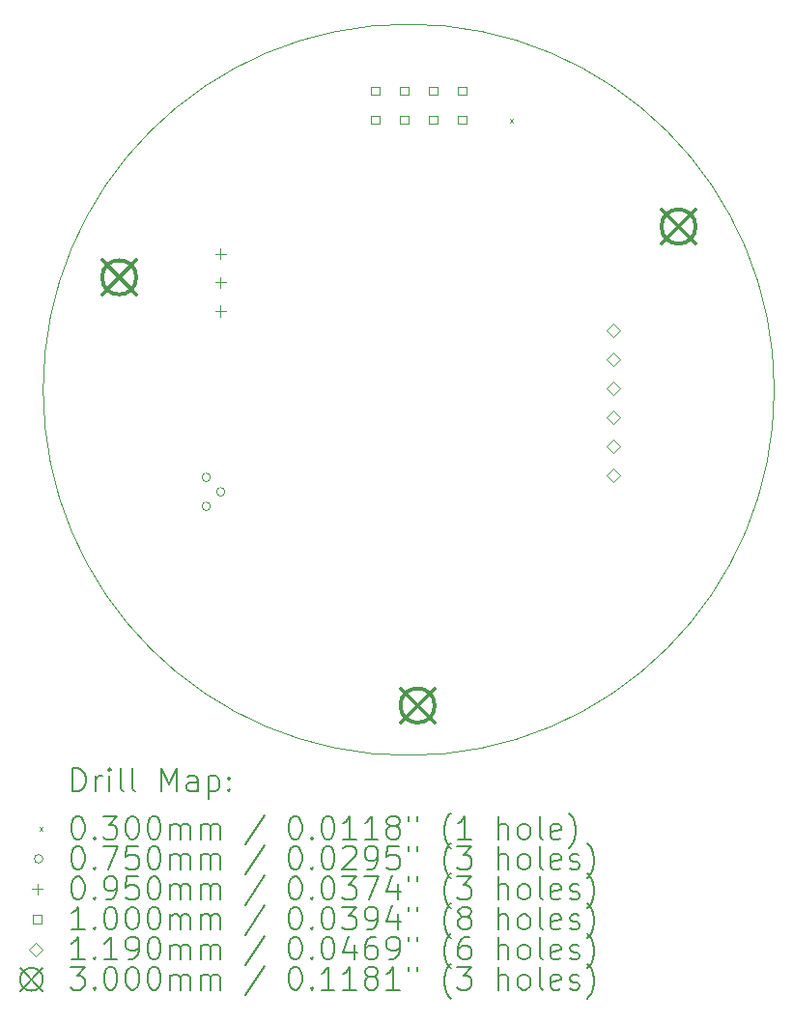
<source format=gbr>
%TF.GenerationSoftware,KiCad,Pcbnew,8.0.4*%
%TF.CreationDate,2024-08-09T17:27:35-06:00*%
%TF.ProjectId,radio,72616469-6f2e-46b6-9963-61645f706362,rev?*%
%TF.SameCoordinates,Original*%
%TF.FileFunction,Drillmap*%
%TF.FilePolarity,Positive*%
%FSLAX45Y45*%
G04 Gerber Fmt 4.5, Leading zero omitted, Abs format (unit mm)*
G04 Created by KiCad (PCBNEW 8.0.4) date 2024-08-09 17:27:35*
%MOMM*%
%LPD*%
G01*
G04 APERTURE LIST*
%ADD10C,0.050000*%
%ADD11C,0.200000*%
%ADD12C,0.100000*%
%ADD13C,0.119000*%
%ADD14C,0.300000*%
G04 APERTURE END LIST*
D10*
X17144515Y-10646748D02*
G75*
G02*
X10735880Y-10646748I-3204317J0D01*
G01*
X10735880Y-10646748D02*
G75*
G02*
X17144515Y-10646748I3204317J0D01*
G01*
D11*
D12*
X14825198Y-8273565D02*
X14855198Y-8303565D01*
X14855198Y-8273565D02*
X14825198Y-8303565D01*
X12202698Y-11413565D02*
G75*
G02*
X12127698Y-11413565I-37500J0D01*
G01*
X12127698Y-11413565D02*
G75*
G02*
X12202698Y-11413565I37500J0D01*
G01*
X12202698Y-11667565D02*
G75*
G02*
X12127698Y-11667565I-37500J0D01*
G01*
X12127698Y-11667565D02*
G75*
G02*
X12202698Y-11667565I37500J0D01*
G01*
X12329698Y-11540565D02*
G75*
G02*
X12254698Y-11540565I-37500J0D01*
G01*
X12254698Y-11540565D02*
G75*
G02*
X12329698Y-11540565I37500J0D01*
G01*
X12290198Y-9408566D02*
X12290198Y-9503566D01*
X12242698Y-9456066D02*
X12337698Y-9456066D01*
X12290198Y-9658566D02*
X12290198Y-9753566D01*
X12242698Y-9706066D02*
X12337698Y-9706066D01*
X12290198Y-9908566D02*
X12290198Y-10003566D01*
X12242698Y-9956066D02*
X12337698Y-9956066D01*
X13681053Y-8059971D02*
X13681053Y-7989260D01*
X13610342Y-7989260D01*
X13610342Y-8059971D01*
X13681053Y-8059971D01*
X13681053Y-8313971D02*
X13681053Y-8243260D01*
X13610342Y-8243260D01*
X13610342Y-8313971D01*
X13681053Y-8313971D01*
X13935053Y-8059971D02*
X13935053Y-7989260D01*
X13864342Y-7989260D01*
X13864342Y-8059971D01*
X13935053Y-8059971D01*
X13935053Y-8313971D02*
X13935053Y-8243260D01*
X13864342Y-8243260D01*
X13864342Y-8313971D01*
X13935053Y-8313971D01*
X14189053Y-8059971D02*
X14189053Y-7989260D01*
X14118342Y-7989260D01*
X14118342Y-8059971D01*
X14189053Y-8059971D01*
X14189053Y-8313971D02*
X14189053Y-8243260D01*
X14118342Y-8243260D01*
X14118342Y-8313971D01*
X14189053Y-8313971D01*
X14443053Y-8059971D02*
X14443053Y-7989260D01*
X14372342Y-7989260D01*
X14372342Y-8059971D01*
X14443053Y-8059971D01*
X14443053Y-8313971D02*
X14443053Y-8243260D01*
X14372342Y-8243260D01*
X14372342Y-8313971D01*
X14443053Y-8313971D01*
D13*
X15732698Y-10185566D02*
X15792198Y-10126066D01*
X15732698Y-10066566D01*
X15673198Y-10126066D01*
X15732698Y-10185566D01*
X15732698Y-10439566D02*
X15792198Y-10380066D01*
X15732698Y-10320566D01*
X15673198Y-10380066D01*
X15732698Y-10439566D01*
X15732698Y-10693566D02*
X15792198Y-10634066D01*
X15732698Y-10574566D01*
X15673198Y-10634066D01*
X15732698Y-10693566D01*
X15732698Y-10947566D02*
X15792198Y-10888066D01*
X15732698Y-10828566D01*
X15673198Y-10888066D01*
X15732698Y-10947566D01*
X15732698Y-11201565D02*
X15792198Y-11142066D01*
X15732698Y-11082566D01*
X15673198Y-11142066D01*
X15732698Y-11201565D01*
X15732698Y-11455565D02*
X15792198Y-11396065D01*
X15732698Y-11336565D01*
X15673198Y-11396065D01*
X15732698Y-11455565D01*
D14*
X11252698Y-9511066D02*
X11552698Y-9811066D01*
X11552698Y-9511066D02*
X11252698Y-9811066D01*
X11552698Y-9661066D02*
G75*
G02*
X11252698Y-9661066I-150000J0D01*
G01*
X11252698Y-9661066D02*
G75*
G02*
X11552698Y-9661066I150000J0D01*
G01*
X13867698Y-13263565D02*
X14167698Y-13563565D01*
X14167698Y-13263565D02*
X13867698Y-13563565D01*
X14167698Y-13413565D02*
G75*
G02*
X13867698Y-13413565I-150000J0D01*
G01*
X13867698Y-13413565D02*
G75*
G02*
X14167698Y-13413565I150000J0D01*
G01*
X16155198Y-9066066D02*
X16455198Y-9366066D01*
X16455198Y-9066066D02*
X16155198Y-9366066D01*
X16455198Y-9216066D02*
G75*
G02*
X16155198Y-9216066I-150000J0D01*
G01*
X16155198Y-9216066D02*
G75*
G02*
X16455198Y-9216066I150000J0D01*
G01*
D11*
X10994157Y-14165049D02*
X10994157Y-13965049D01*
X10994157Y-13965049D02*
X11041776Y-13965049D01*
X11041776Y-13965049D02*
X11070348Y-13974573D01*
X11070348Y-13974573D02*
X11089395Y-13993621D01*
X11089395Y-13993621D02*
X11098919Y-14012668D01*
X11098919Y-14012668D02*
X11108443Y-14050763D01*
X11108443Y-14050763D02*
X11108443Y-14079335D01*
X11108443Y-14079335D02*
X11098919Y-14117430D01*
X11098919Y-14117430D02*
X11089395Y-14136478D01*
X11089395Y-14136478D02*
X11070348Y-14155525D01*
X11070348Y-14155525D02*
X11041776Y-14165049D01*
X11041776Y-14165049D02*
X10994157Y-14165049D01*
X11194157Y-14165049D02*
X11194157Y-14031716D01*
X11194157Y-14069811D02*
X11203681Y-14050763D01*
X11203681Y-14050763D02*
X11213205Y-14041240D01*
X11213205Y-14041240D02*
X11232252Y-14031716D01*
X11232252Y-14031716D02*
X11251300Y-14031716D01*
X11317967Y-14165049D02*
X11317967Y-14031716D01*
X11317967Y-13965049D02*
X11308443Y-13974573D01*
X11308443Y-13974573D02*
X11317967Y-13984097D01*
X11317967Y-13984097D02*
X11327490Y-13974573D01*
X11327490Y-13974573D02*
X11317967Y-13965049D01*
X11317967Y-13965049D02*
X11317967Y-13984097D01*
X11441776Y-14165049D02*
X11422728Y-14155525D01*
X11422728Y-14155525D02*
X11413205Y-14136478D01*
X11413205Y-14136478D02*
X11413205Y-13965049D01*
X11546538Y-14165049D02*
X11527490Y-14155525D01*
X11527490Y-14155525D02*
X11517967Y-14136478D01*
X11517967Y-14136478D02*
X11517967Y-13965049D01*
X11775109Y-14165049D02*
X11775109Y-13965049D01*
X11775109Y-13965049D02*
X11841776Y-14107906D01*
X11841776Y-14107906D02*
X11908443Y-13965049D01*
X11908443Y-13965049D02*
X11908443Y-14165049D01*
X12089395Y-14165049D02*
X12089395Y-14060287D01*
X12089395Y-14060287D02*
X12079871Y-14041240D01*
X12079871Y-14041240D02*
X12060824Y-14031716D01*
X12060824Y-14031716D02*
X12022728Y-14031716D01*
X12022728Y-14031716D02*
X12003681Y-14041240D01*
X12089395Y-14155525D02*
X12070348Y-14165049D01*
X12070348Y-14165049D02*
X12022728Y-14165049D01*
X12022728Y-14165049D02*
X12003681Y-14155525D01*
X12003681Y-14155525D02*
X11994157Y-14136478D01*
X11994157Y-14136478D02*
X11994157Y-14117430D01*
X11994157Y-14117430D02*
X12003681Y-14098383D01*
X12003681Y-14098383D02*
X12022728Y-14088859D01*
X12022728Y-14088859D02*
X12070348Y-14088859D01*
X12070348Y-14088859D02*
X12089395Y-14079335D01*
X12184633Y-14031716D02*
X12184633Y-14231716D01*
X12184633Y-14041240D02*
X12203681Y-14031716D01*
X12203681Y-14031716D02*
X12241776Y-14031716D01*
X12241776Y-14031716D02*
X12260824Y-14041240D01*
X12260824Y-14041240D02*
X12270348Y-14050763D01*
X12270348Y-14050763D02*
X12279871Y-14069811D01*
X12279871Y-14069811D02*
X12279871Y-14126954D01*
X12279871Y-14126954D02*
X12270348Y-14146002D01*
X12270348Y-14146002D02*
X12260824Y-14155525D01*
X12260824Y-14155525D02*
X12241776Y-14165049D01*
X12241776Y-14165049D02*
X12203681Y-14165049D01*
X12203681Y-14165049D02*
X12184633Y-14155525D01*
X12365586Y-14146002D02*
X12375109Y-14155525D01*
X12375109Y-14155525D02*
X12365586Y-14165049D01*
X12365586Y-14165049D02*
X12356062Y-14155525D01*
X12356062Y-14155525D02*
X12365586Y-14146002D01*
X12365586Y-14146002D02*
X12365586Y-14165049D01*
X12365586Y-14041240D02*
X12375109Y-14050763D01*
X12375109Y-14050763D02*
X12365586Y-14060287D01*
X12365586Y-14060287D02*
X12356062Y-14050763D01*
X12356062Y-14050763D02*
X12365586Y-14041240D01*
X12365586Y-14041240D02*
X12365586Y-14060287D01*
D12*
X10703380Y-14478565D02*
X10733380Y-14508565D01*
X10733380Y-14478565D02*
X10703380Y-14508565D01*
D11*
X11032252Y-14385049D02*
X11051300Y-14385049D01*
X11051300Y-14385049D02*
X11070348Y-14394573D01*
X11070348Y-14394573D02*
X11079871Y-14404097D01*
X11079871Y-14404097D02*
X11089395Y-14423144D01*
X11089395Y-14423144D02*
X11098919Y-14461240D01*
X11098919Y-14461240D02*
X11098919Y-14508859D01*
X11098919Y-14508859D02*
X11089395Y-14546954D01*
X11089395Y-14546954D02*
X11079871Y-14566002D01*
X11079871Y-14566002D02*
X11070348Y-14575525D01*
X11070348Y-14575525D02*
X11051300Y-14585049D01*
X11051300Y-14585049D02*
X11032252Y-14585049D01*
X11032252Y-14585049D02*
X11013205Y-14575525D01*
X11013205Y-14575525D02*
X11003681Y-14566002D01*
X11003681Y-14566002D02*
X10994157Y-14546954D01*
X10994157Y-14546954D02*
X10984633Y-14508859D01*
X10984633Y-14508859D02*
X10984633Y-14461240D01*
X10984633Y-14461240D02*
X10994157Y-14423144D01*
X10994157Y-14423144D02*
X11003681Y-14404097D01*
X11003681Y-14404097D02*
X11013205Y-14394573D01*
X11013205Y-14394573D02*
X11032252Y-14385049D01*
X11184633Y-14566002D02*
X11194157Y-14575525D01*
X11194157Y-14575525D02*
X11184633Y-14585049D01*
X11184633Y-14585049D02*
X11175110Y-14575525D01*
X11175110Y-14575525D02*
X11184633Y-14566002D01*
X11184633Y-14566002D02*
X11184633Y-14585049D01*
X11260824Y-14385049D02*
X11384633Y-14385049D01*
X11384633Y-14385049D02*
X11317967Y-14461240D01*
X11317967Y-14461240D02*
X11346538Y-14461240D01*
X11346538Y-14461240D02*
X11365586Y-14470763D01*
X11365586Y-14470763D02*
X11375109Y-14480287D01*
X11375109Y-14480287D02*
X11384633Y-14499335D01*
X11384633Y-14499335D02*
X11384633Y-14546954D01*
X11384633Y-14546954D02*
X11375109Y-14566002D01*
X11375109Y-14566002D02*
X11365586Y-14575525D01*
X11365586Y-14575525D02*
X11346538Y-14585049D01*
X11346538Y-14585049D02*
X11289395Y-14585049D01*
X11289395Y-14585049D02*
X11270348Y-14575525D01*
X11270348Y-14575525D02*
X11260824Y-14566002D01*
X11508443Y-14385049D02*
X11527490Y-14385049D01*
X11527490Y-14385049D02*
X11546538Y-14394573D01*
X11546538Y-14394573D02*
X11556062Y-14404097D01*
X11556062Y-14404097D02*
X11565586Y-14423144D01*
X11565586Y-14423144D02*
X11575109Y-14461240D01*
X11575109Y-14461240D02*
X11575109Y-14508859D01*
X11575109Y-14508859D02*
X11565586Y-14546954D01*
X11565586Y-14546954D02*
X11556062Y-14566002D01*
X11556062Y-14566002D02*
X11546538Y-14575525D01*
X11546538Y-14575525D02*
X11527490Y-14585049D01*
X11527490Y-14585049D02*
X11508443Y-14585049D01*
X11508443Y-14585049D02*
X11489395Y-14575525D01*
X11489395Y-14575525D02*
X11479871Y-14566002D01*
X11479871Y-14566002D02*
X11470348Y-14546954D01*
X11470348Y-14546954D02*
X11460824Y-14508859D01*
X11460824Y-14508859D02*
X11460824Y-14461240D01*
X11460824Y-14461240D02*
X11470348Y-14423144D01*
X11470348Y-14423144D02*
X11479871Y-14404097D01*
X11479871Y-14404097D02*
X11489395Y-14394573D01*
X11489395Y-14394573D02*
X11508443Y-14385049D01*
X11698919Y-14385049D02*
X11717967Y-14385049D01*
X11717967Y-14385049D02*
X11737014Y-14394573D01*
X11737014Y-14394573D02*
X11746538Y-14404097D01*
X11746538Y-14404097D02*
X11756062Y-14423144D01*
X11756062Y-14423144D02*
X11765586Y-14461240D01*
X11765586Y-14461240D02*
X11765586Y-14508859D01*
X11765586Y-14508859D02*
X11756062Y-14546954D01*
X11756062Y-14546954D02*
X11746538Y-14566002D01*
X11746538Y-14566002D02*
X11737014Y-14575525D01*
X11737014Y-14575525D02*
X11717967Y-14585049D01*
X11717967Y-14585049D02*
X11698919Y-14585049D01*
X11698919Y-14585049D02*
X11679871Y-14575525D01*
X11679871Y-14575525D02*
X11670348Y-14566002D01*
X11670348Y-14566002D02*
X11660824Y-14546954D01*
X11660824Y-14546954D02*
X11651300Y-14508859D01*
X11651300Y-14508859D02*
X11651300Y-14461240D01*
X11651300Y-14461240D02*
X11660824Y-14423144D01*
X11660824Y-14423144D02*
X11670348Y-14404097D01*
X11670348Y-14404097D02*
X11679871Y-14394573D01*
X11679871Y-14394573D02*
X11698919Y-14385049D01*
X11851300Y-14585049D02*
X11851300Y-14451716D01*
X11851300Y-14470763D02*
X11860824Y-14461240D01*
X11860824Y-14461240D02*
X11879871Y-14451716D01*
X11879871Y-14451716D02*
X11908443Y-14451716D01*
X11908443Y-14451716D02*
X11927490Y-14461240D01*
X11927490Y-14461240D02*
X11937014Y-14480287D01*
X11937014Y-14480287D02*
X11937014Y-14585049D01*
X11937014Y-14480287D02*
X11946538Y-14461240D01*
X11946538Y-14461240D02*
X11965586Y-14451716D01*
X11965586Y-14451716D02*
X11994157Y-14451716D01*
X11994157Y-14451716D02*
X12013205Y-14461240D01*
X12013205Y-14461240D02*
X12022729Y-14480287D01*
X12022729Y-14480287D02*
X12022729Y-14585049D01*
X12117967Y-14585049D02*
X12117967Y-14451716D01*
X12117967Y-14470763D02*
X12127490Y-14461240D01*
X12127490Y-14461240D02*
X12146538Y-14451716D01*
X12146538Y-14451716D02*
X12175110Y-14451716D01*
X12175110Y-14451716D02*
X12194157Y-14461240D01*
X12194157Y-14461240D02*
X12203681Y-14480287D01*
X12203681Y-14480287D02*
X12203681Y-14585049D01*
X12203681Y-14480287D02*
X12213205Y-14461240D01*
X12213205Y-14461240D02*
X12232252Y-14451716D01*
X12232252Y-14451716D02*
X12260824Y-14451716D01*
X12260824Y-14451716D02*
X12279871Y-14461240D01*
X12279871Y-14461240D02*
X12289395Y-14480287D01*
X12289395Y-14480287D02*
X12289395Y-14585049D01*
X12679871Y-14375525D02*
X12508443Y-14632668D01*
X12937014Y-14385049D02*
X12956062Y-14385049D01*
X12956062Y-14385049D02*
X12975110Y-14394573D01*
X12975110Y-14394573D02*
X12984633Y-14404097D01*
X12984633Y-14404097D02*
X12994157Y-14423144D01*
X12994157Y-14423144D02*
X13003681Y-14461240D01*
X13003681Y-14461240D02*
X13003681Y-14508859D01*
X13003681Y-14508859D02*
X12994157Y-14546954D01*
X12994157Y-14546954D02*
X12984633Y-14566002D01*
X12984633Y-14566002D02*
X12975110Y-14575525D01*
X12975110Y-14575525D02*
X12956062Y-14585049D01*
X12956062Y-14585049D02*
X12937014Y-14585049D01*
X12937014Y-14585049D02*
X12917967Y-14575525D01*
X12917967Y-14575525D02*
X12908443Y-14566002D01*
X12908443Y-14566002D02*
X12898919Y-14546954D01*
X12898919Y-14546954D02*
X12889395Y-14508859D01*
X12889395Y-14508859D02*
X12889395Y-14461240D01*
X12889395Y-14461240D02*
X12898919Y-14423144D01*
X12898919Y-14423144D02*
X12908443Y-14404097D01*
X12908443Y-14404097D02*
X12917967Y-14394573D01*
X12917967Y-14394573D02*
X12937014Y-14385049D01*
X13089395Y-14566002D02*
X13098919Y-14575525D01*
X13098919Y-14575525D02*
X13089395Y-14585049D01*
X13089395Y-14585049D02*
X13079872Y-14575525D01*
X13079872Y-14575525D02*
X13089395Y-14566002D01*
X13089395Y-14566002D02*
X13089395Y-14585049D01*
X13222729Y-14385049D02*
X13241776Y-14385049D01*
X13241776Y-14385049D02*
X13260824Y-14394573D01*
X13260824Y-14394573D02*
X13270348Y-14404097D01*
X13270348Y-14404097D02*
X13279872Y-14423144D01*
X13279872Y-14423144D02*
X13289395Y-14461240D01*
X13289395Y-14461240D02*
X13289395Y-14508859D01*
X13289395Y-14508859D02*
X13279872Y-14546954D01*
X13279872Y-14546954D02*
X13270348Y-14566002D01*
X13270348Y-14566002D02*
X13260824Y-14575525D01*
X13260824Y-14575525D02*
X13241776Y-14585049D01*
X13241776Y-14585049D02*
X13222729Y-14585049D01*
X13222729Y-14585049D02*
X13203681Y-14575525D01*
X13203681Y-14575525D02*
X13194157Y-14566002D01*
X13194157Y-14566002D02*
X13184633Y-14546954D01*
X13184633Y-14546954D02*
X13175110Y-14508859D01*
X13175110Y-14508859D02*
X13175110Y-14461240D01*
X13175110Y-14461240D02*
X13184633Y-14423144D01*
X13184633Y-14423144D02*
X13194157Y-14404097D01*
X13194157Y-14404097D02*
X13203681Y-14394573D01*
X13203681Y-14394573D02*
X13222729Y-14385049D01*
X13479872Y-14585049D02*
X13365586Y-14585049D01*
X13422729Y-14585049D02*
X13422729Y-14385049D01*
X13422729Y-14385049D02*
X13403681Y-14413621D01*
X13403681Y-14413621D02*
X13384633Y-14432668D01*
X13384633Y-14432668D02*
X13365586Y-14442192D01*
X13670348Y-14585049D02*
X13556062Y-14585049D01*
X13613205Y-14585049D02*
X13613205Y-14385049D01*
X13613205Y-14385049D02*
X13594157Y-14413621D01*
X13594157Y-14413621D02*
X13575110Y-14432668D01*
X13575110Y-14432668D02*
X13556062Y-14442192D01*
X13784633Y-14470763D02*
X13765586Y-14461240D01*
X13765586Y-14461240D02*
X13756062Y-14451716D01*
X13756062Y-14451716D02*
X13746538Y-14432668D01*
X13746538Y-14432668D02*
X13746538Y-14423144D01*
X13746538Y-14423144D02*
X13756062Y-14404097D01*
X13756062Y-14404097D02*
X13765586Y-14394573D01*
X13765586Y-14394573D02*
X13784633Y-14385049D01*
X13784633Y-14385049D02*
X13822729Y-14385049D01*
X13822729Y-14385049D02*
X13841776Y-14394573D01*
X13841776Y-14394573D02*
X13851300Y-14404097D01*
X13851300Y-14404097D02*
X13860824Y-14423144D01*
X13860824Y-14423144D02*
X13860824Y-14432668D01*
X13860824Y-14432668D02*
X13851300Y-14451716D01*
X13851300Y-14451716D02*
X13841776Y-14461240D01*
X13841776Y-14461240D02*
X13822729Y-14470763D01*
X13822729Y-14470763D02*
X13784633Y-14470763D01*
X13784633Y-14470763D02*
X13765586Y-14480287D01*
X13765586Y-14480287D02*
X13756062Y-14489811D01*
X13756062Y-14489811D02*
X13746538Y-14508859D01*
X13746538Y-14508859D02*
X13746538Y-14546954D01*
X13746538Y-14546954D02*
X13756062Y-14566002D01*
X13756062Y-14566002D02*
X13765586Y-14575525D01*
X13765586Y-14575525D02*
X13784633Y-14585049D01*
X13784633Y-14585049D02*
X13822729Y-14585049D01*
X13822729Y-14585049D02*
X13841776Y-14575525D01*
X13841776Y-14575525D02*
X13851300Y-14566002D01*
X13851300Y-14566002D02*
X13860824Y-14546954D01*
X13860824Y-14546954D02*
X13860824Y-14508859D01*
X13860824Y-14508859D02*
X13851300Y-14489811D01*
X13851300Y-14489811D02*
X13841776Y-14480287D01*
X13841776Y-14480287D02*
X13822729Y-14470763D01*
X13937014Y-14385049D02*
X13937014Y-14423144D01*
X14013205Y-14385049D02*
X14013205Y-14423144D01*
X14308443Y-14661240D02*
X14298919Y-14651716D01*
X14298919Y-14651716D02*
X14279872Y-14623144D01*
X14279872Y-14623144D02*
X14270348Y-14604097D01*
X14270348Y-14604097D02*
X14260824Y-14575525D01*
X14260824Y-14575525D02*
X14251300Y-14527906D01*
X14251300Y-14527906D02*
X14251300Y-14489811D01*
X14251300Y-14489811D02*
X14260824Y-14442192D01*
X14260824Y-14442192D02*
X14270348Y-14413621D01*
X14270348Y-14413621D02*
X14279872Y-14394573D01*
X14279872Y-14394573D02*
X14298919Y-14366002D01*
X14298919Y-14366002D02*
X14308443Y-14356478D01*
X14489395Y-14585049D02*
X14375110Y-14585049D01*
X14432253Y-14585049D02*
X14432253Y-14385049D01*
X14432253Y-14385049D02*
X14413205Y-14413621D01*
X14413205Y-14413621D02*
X14394157Y-14432668D01*
X14394157Y-14432668D02*
X14375110Y-14442192D01*
X14727491Y-14585049D02*
X14727491Y-14385049D01*
X14813205Y-14585049D02*
X14813205Y-14480287D01*
X14813205Y-14480287D02*
X14803681Y-14461240D01*
X14803681Y-14461240D02*
X14784634Y-14451716D01*
X14784634Y-14451716D02*
X14756062Y-14451716D01*
X14756062Y-14451716D02*
X14737015Y-14461240D01*
X14737015Y-14461240D02*
X14727491Y-14470763D01*
X14937015Y-14585049D02*
X14917967Y-14575525D01*
X14917967Y-14575525D02*
X14908443Y-14566002D01*
X14908443Y-14566002D02*
X14898919Y-14546954D01*
X14898919Y-14546954D02*
X14898919Y-14489811D01*
X14898919Y-14489811D02*
X14908443Y-14470763D01*
X14908443Y-14470763D02*
X14917967Y-14461240D01*
X14917967Y-14461240D02*
X14937015Y-14451716D01*
X14937015Y-14451716D02*
X14965586Y-14451716D01*
X14965586Y-14451716D02*
X14984634Y-14461240D01*
X14984634Y-14461240D02*
X14994157Y-14470763D01*
X14994157Y-14470763D02*
X15003681Y-14489811D01*
X15003681Y-14489811D02*
X15003681Y-14546954D01*
X15003681Y-14546954D02*
X14994157Y-14566002D01*
X14994157Y-14566002D02*
X14984634Y-14575525D01*
X14984634Y-14575525D02*
X14965586Y-14585049D01*
X14965586Y-14585049D02*
X14937015Y-14585049D01*
X15117967Y-14585049D02*
X15098919Y-14575525D01*
X15098919Y-14575525D02*
X15089396Y-14556478D01*
X15089396Y-14556478D02*
X15089396Y-14385049D01*
X15270348Y-14575525D02*
X15251300Y-14585049D01*
X15251300Y-14585049D02*
X15213205Y-14585049D01*
X15213205Y-14585049D02*
X15194157Y-14575525D01*
X15194157Y-14575525D02*
X15184634Y-14556478D01*
X15184634Y-14556478D02*
X15184634Y-14480287D01*
X15184634Y-14480287D02*
X15194157Y-14461240D01*
X15194157Y-14461240D02*
X15213205Y-14451716D01*
X15213205Y-14451716D02*
X15251300Y-14451716D01*
X15251300Y-14451716D02*
X15270348Y-14461240D01*
X15270348Y-14461240D02*
X15279872Y-14480287D01*
X15279872Y-14480287D02*
X15279872Y-14499335D01*
X15279872Y-14499335D02*
X15184634Y-14518383D01*
X15346538Y-14661240D02*
X15356062Y-14651716D01*
X15356062Y-14651716D02*
X15375110Y-14623144D01*
X15375110Y-14623144D02*
X15384634Y-14604097D01*
X15384634Y-14604097D02*
X15394157Y-14575525D01*
X15394157Y-14575525D02*
X15403681Y-14527906D01*
X15403681Y-14527906D02*
X15403681Y-14489811D01*
X15403681Y-14489811D02*
X15394157Y-14442192D01*
X15394157Y-14442192D02*
X15384634Y-14413621D01*
X15384634Y-14413621D02*
X15375110Y-14394573D01*
X15375110Y-14394573D02*
X15356062Y-14366002D01*
X15356062Y-14366002D02*
X15346538Y-14356478D01*
D12*
X10733380Y-14757565D02*
G75*
G02*
X10658380Y-14757565I-37500J0D01*
G01*
X10658380Y-14757565D02*
G75*
G02*
X10733380Y-14757565I37500J0D01*
G01*
D11*
X11032252Y-14649049D02*
X11051300Y-14649049D01*
X11051300Y-14649049D02*
X11070348Y-14658573D01*
X11070348Y-14658573D02*
X11079871Y-14668097D01*
X11079871Y-14668097D02*
X11089395Y-14687144D01*
X11089395Y-14687144D02*
X11098919Y-14725240D01*
X11098919Y-14725240D02*
X11098919Y-14772859D01*
X11098919Y-14772859D02*
X11089395Y-14810954D01*
X11089395Y-14810954D02*
X11079871Y-14830002D01*
X11079871Y-14830002D02*
X11070348Y-14839525D01*
X11070348Y-14839525D02*
X11051300Y-14849049D01*
X11051300Y-14849049D02*
X11032252Y-14849049D01*
X11032252Y-14849049D02*
X11013205Y-14839525D01*
X11013205Y-14839525D02*
X11003681Y-14830002D01*
X11003681Y-14830002D02*
X10994157Y-14810954D01*
X10994157Y-14810954D02*
X10984633Y-14772859D01*
X10984633Y-14772859D02*
X10984633Y-14725240D01*
X10984633Y-14725240D02*
X10994157Y-14687144D01*
X10994157Y-14687144D02*
X11003681Y-14668097D01*
X11003681Y-14668097D02*
X11013205Y-14658573D01*
X11013205Y-14658573D02*
X11032252Y-14649049D01*
X11184633Y-14830002D02*
X11194157Y-14839525D01*
X11194157Y-14839525D02*
X11184633Y-14849049D01*
X11184633Y-14849049D02*
X11175110Y-14839525D01*
X11175110Y-14839525D02*
X11184633Y-14830002D01*
X11184633Y-14830002D02*
X11184633Y-14849049D01*
X11260824Y-14649049D02*
X11394157Y-14649049D01*
X11394157Y-14649049D02*
X11308443Y-14849049D01*
X11565586Y-14649049D02*
X11470348Y-14649049D01*
X11470348Y-14649049D02*
X11460824Y-14744287D01*
X11460824Y-14744287D02*
X11470348Y-14734763D01*
X11470348Y-14734763D02*
X11489395Y-14725240D01*
X11489395Y-14725240D02*
X11537014Y-14725240D01*
X11537014Y-14725240D02*
X11556062Y-14734763D01*
X11556062Y-14734763D02*
X11565586Y-14744287D01*
X11565586Y-14744287D02*
X11575109Y-14763335D01*
X11575109Y-14763335D02*
X11575109Y-14810954D01*
X11575109Y-14810954D02*
X11565586Y-14830002D01*
X11565586Y-14830002D02*
X11556062Y-14839525D01*
X11556062Y-14839525D02*
X11537014Y-14849049D01*
X11537014Y-14849049D02*
X11489395Y-14849049D01*
X11489395Y-14849049D02*
X11470348Y-14839525D01*
X11470348Y-14839525D02*
X11460824Y-14830002D01*
X11698919Y-14649049D02*
X11717967Y-14649049D01*
X11717967Y-14649049D02*
X11737014Y-14658573D01*
X11737014Y-14658573D02*
X11746538Y-14668097D01*
X11746538Y-14668097D02*
X11756062Y-14687144D01*
X11756062Y-14687144D02*
X11765586Y-14725240D01*
X11765586Y-14725240D02*
X11765586Y-14772859D01*
X11765586Y-14772859D02*
X11756062Y-14810954D01*
X11756062Y-14810954D02*
X11746538Y-14830002D01*
X11746538Y-14830002D02*
X11737014Y-14839525D01*
X11737014Y-14839525D02*
X11717967Y-14849049D01*
X11717967Y-14849049D02*
X11698919Y-14849049D01*
X11698919Y-14849049D02*
X11679871Y-14839525D01*
X11679871Y-14839525D02*
X11670348Y-14830002D01*
X11670348Y-14830002D02*
X11660824Y-14810954D01*
X11660824Y-14810954D02*
X11651300Y-14772859D01*
X11651300Y-14772859D02*
X11651300Y-14725240D01*
X11651300Y-14725240D02*
X11660824Y-14687144D01*
X11660824Y-14687144D02*
X11670348Y-14668097D01*
X11670348Y-14668097D02*
X11679871Y-14658573D01*
X11679871Y-14658573D02*
X11698919Y-14649049D01*
X11851300Y-14849049D02*
X11851300Y-14715716D01*
X11851300Y-14734763D02*
X11860824Y-14725240D01*
X11860824Y-14725240D02*
X11879871Y-14715716D01*
X11879871Y-14715716D02*
X11908443Y-14715716D01*
X11908443Y-14715716D02*
X11927490Y-14725240D01*
X11927490Y-14725240D02*
X11937014Y-14744287D01*
X11937014Y-14744287D02*
X11937014Y-14849049D01*
X11937014Y-14744287D02*
X11946538Y-14725240D01*
X11946538Y-14725240D02*
X11965586Y-14715716D01*
X11965586Y-14715716D02*
X11994157Y-14715716D01*
X11994157Y-14715716D02*
X12013205Y-14725240D01*
X12013205Y-14725240D02*
X12022729Y-14744287D01*
X12022729Y-14744287D02*
X12022729Y-14849049D01*
X12117967Y-14849049D02*
X12117967Y-14715716D01*
X12117967Y-14734763D02*
X12127490Y-14725240D01*
X12127490Y-14725240D02*
X12146538Y-14715716D01*
X12146538Y-14715716D02*
X12175110Y-14715716D01*
X12175110Y-14715716D02*
X12194157Y-14725240D01*
X12194157Y-14725240D02*
X12203681Y-14744287D01*
X12203681Y-14744287D02*
X12203681Y-14849049D01*
X12203681Y-14744287D02*
X12213205Y-14725240D01*
X12213205Y-14725240D02*
X12232252Y-14715716D01*
X12232252Y-14715716D02*
X12260824Y-14715716D01*
X12260824Y-14715716D02*
X12279871Y-14725240D01*
X12279871Y-14725240D02*
X12289395Y-14744287D01*
X12289395Y-14744287D02*
X12289395Y-14849049D01*
X12679871Y-14639525D02*
X12508443Y-14896668D01*
X12937014Y-14649049D02*
X12956062Y-14649049D01*
X12956062Y-14649049D02*
X12975110Y-14658573D01*
X12975110Y-14658573D02*
X12984633Y-14668097D01*
X12984633Y-14668097D02*
X12994157Y-14687144D01*
X12994157Y-14687144D02*
X13003681Y-14725240D01*
X13003681Y-14725240D02*
X13003681Y-14772859D01*
X13003681Y-14772859D02*
X12994157Y-14810954D01*
X12994157Y-14810954D02*
X12984633Y-14830002D01*
X12984633Y-14830002D02*
X12975110Y-14839525D01*
X12975110Y-14839525D02*
X12956062Y-14849049D01*
X12956062Y-14849049D02*
X12937014Y-14849049D01*
X12937014Y-14849049D02*
X12917967Y-14839525D01*
X12917967Y-14839525D02*
X12908443Y-14830002D01*
X12908443Y-14830002D02*
X12898919Y-14810954D01*
X12898919Y-14810954D02*
X12889395Y-14772859D01*
X12889395Y-14772859D02*
X12889395Y-14725240D01*
X12889395Y-14725240D02*
X12898919Y-14687144D01*
X12898919Y-14687144D02*
X12908443Y-14668097D01*
X12908443Y-14668097D02*
X12917967Y-14658573D01*
X12917967Y-14658573D02*
X12937014Y-14649049D01*
X13089395Y-14830002D02*
X13098919Y-14839525D01*
X13098919Y-14839525D02*
X13089395Y-14849049D01*
X13089395Y-14849049D02*
X13079872Y-14839525D01*
X13079872Y-14839525D02*
X13089395Y-14830002D01*
X13089395Y-14830002D02*
X13089395Y-14849049D01*
X13222729Y-14649049D02*
X13241776Y-14649049D01*
X13241776Y-14649049D02*
X13260824Y-14658573D01*
X13260824Y-14658573D02*
X13270348Y-14668097D01*
X13270348Y-14668097D02*
X13279872Y-14687144D01*
X13279872Y-14687144D02*
X13289395Y-14725240D01*
X13289395Y-14725240D02*
X13289395Y-14772859D01*
X13289395Y-14772859D02*
X13279872Y-14810954D01*
X13279872Y-14810954D02*
X13270348Y-14830002D01*
X13270348Y-14830002D02*
X13260824Y-14839525D01*
X13260824Y-14839525D02*
X13241776Y-14849049D01*
X13241776Y-14849049D02*
X13222729Y-14849049D01*
X13222729Y-14849049D02*
X13203681Y-14839525D01*
X13203681Y-14839525D02*
X13194157Y-14830002D01*
X13194157Y-14830002D02*
X13184633Y-14810954D01*
X13184633Y-14810954D02*
X13175110Y-14772859D01*
X13175110Y-14772859D02*
X13175110Y-14725240D01*
X13175110Y-14725240D02*
X13184633Y-14687144D01*
X13184633Y-14687144D02*
X13194157Y-14668097D01*
X13194157Y-14668097D02*
X13203681Y-14658573D01*
X13203681Y-14658573D02*
X13222729Y-14649049D01*
X13365586Y-14668097D02*
X13375110Y-14658573D01*
X13375110Y-14658573D02*
X13394157Y-14649049D01*
X13394157Y-14649049D02*
X13441776Y-14649049D01*
X13441776Y-14649049D02*
X13460824Y-14658573D01*
X13460824Y-14658573D02*
X13470348Y-14668097D01*
X13470348Y-14668097D02*
X13479872Y-14687144D01*
X13479872Y-14687144D02*
X13479872Y-14706192D01*
X13479872Y-14706192D02*
X13470348Y-14734763D01*
X13470348Y-14734763D02*
X13356062Y-14849049D01*
X13356062Y-14849049D02*
X13479872Y-14849049D01*
X13575110Y-14849049D02*
X13613205Y-14849049D01*
X13613205Y-14849049D02*
X13632253Y-14839525D01*
X13632253Y-14839525D02*
X13641776Y-14830002D01*
X13641776Y-14830002D02*
X13660824Y-14801430D01*
X13660824Y-14801430D02*
X13670348Y-14763335D01*
X13670348Y-14763335D02*
X13670348Y-14687144D01*
X13670348Y-14687144D02*
X13660824Y-14668097D01*
X13660824Y-14668097D02*
X13651300Y-14658573D01*
X13651300Y-14658573D02*
X13632253Y-14649049D01*
X13632253Y-14649049D02*
X13594157Y-14649049D01*
X13594157Y-14649049D02*
X13575110Y-14658573D01*
X13575110Y-14658573D02*
X13565586Y-14668097D01*
X13565586Y-14668097D02*
X13556062Y-14687144D01*
X13556062Y-14687144D02*
X13556062Y-14734763D01*
X13556062Y-14734763D02*
X13565586Y-14753811D01*
X13565586Y-14753811D02*
X13575110Y-14763335D01*
X13575110Y-14763335D02*
X13594157Y-14772859D01*
X13594157Y-14772859D02*
X13632253Y-14772859D01*
X13632253Y-14772859D02*
X13651300Y-14763335D01*
X13651300Y-14763335D02*
X13660824Y-14753811D01*
X13660824Y-14753811D02*
X13670348Y-14734763D01*
X13851300Y-14649049D02*
X13756062Y-14649049D01*
X13756062Y-14649049D02*
X13746538Y-14744287D01*
X13746538Y-14744287D02*
X13756062Y-14734763D01*
X13756062Y-14734763D02*
X13775110Y-14725240D01*
X13775110Y-14725240D02*
X13822729Y-14725240D01*
X13822729Y-14725240D02*
X13841776Y-14734763D01*
X13841776Y-14734763D02*
X13851300Y-14744287D01*
X13851300Y-14744287D02*
X13860824Y-14763335D01*
X13860824Y-14763335D02*
X13860824Y-14810954D01*
X13860824Y-14810954D02*
X13851300Y-14830002D01*
X13851300Y-14830002D02*
X13841776Y-14839525D01*
X13841776Y-14839525D02*
X13822729Y-14849049D01*
X13822729Y-14849049D02*
X13775110Y-14849049D01*
X13775110Y-14849049D02*
X13756062Y-14839525D01*
X13756062Y-14839525D02*
X13746538Y-14830002D01*
X13937014Y-14649049D02*
X13937014Y-14687144D01*
X14013205Y-14649049D02*
X14013205Y-14687144D01*
X14308443Y-14925240D02*
X14298919Y-14915716D01*
X14298919Y-14915716D02*
X14279872Y-14887144D01*
X14279872Y-14887144D02*
X14270348Y-14868097D01*
X14270348Y-14868097D02*
X14260824Y-14839525D01*
X14260824Y-14839525D02*
X14251300Y-14791906D01*
X14251300Y-14791906D02*
X14251300Y-14753811D01*
X14251300Y-14753811D02*
X14260824Y-14706192D01*
X14260824Y-14706192D02*
X14270348Y-14677621D01*
X14270348Y-14677621D02*
X14279872Y-14658573D01*
X14279872Y-14658573D02*
X14298919Y-14630002D01*
X14298919Y-14630002D02*
X14308443Y-14620478D01*
X14365586Y-14649049D02*
X14489395Y-14649049D01*
X14489395Y-14649049D02*
X14422729Y-14725240D01*
X14422729Y-14725240D02*
X14451300Y-14725240D01*
X14451300Y-14725240D02*
X14470348Y-14734763D01*
X14470348Y-14734763D02*
X14479872Y-14744287D01*
X14479872Y-14744287D02*
X14489395Y-14763335D01*
X14489395Y-14763335D02*
X14489395Y-14810954D01*
X14489395Y-14810954D02*
X14479872Y-14830002D01*
X14479872Y-14830002D02*
X14470348Y-14839525D01*
X14470348Y-14839525D02*
X14451300Y-14849049D01*
X14451300Y-14849049D02*
X14394157Y-14849049D01*
X14394157Y-14849049D02*
X14375110Y-14839525D01*
X14375110Y-14839525D02*
X14365586Y-14830002D01*
X14727491Y-14849049D02*
X14727491Y-14649049D01*
X14813205Y-14849049D02*
X14813205Y-14744287D01*
X14813205Y-14744287D02*
X14803681Y-14725240D01*
X14803681Y-14725240D02*
X14784634Y-14715716D01*
X14784634Y-14715716D02*
X14756062Y-14715716D01*
X14756062Y-14715716D02*
X14737015Y-14725240D01*
X14737015Y-14725240D02*
X14727491Y-14734763D01*
X14937015Y-14849049D02*
X14917967Y-14839525D01*
X14917967Y-14839525D02*
X14908443Y-14830002D01*
X14908443Y-14830002D02*
X14898919Y-14810954D01*
X14898919Y-14810954D02*
X14898919Y-14753811D01*
X14898919Y-14753811D02*
X14908443Y-14734763D01*
X14908443Y-14734763D02*
X14917967Y-14725240D01*
X14917967Y-14725240D02*
X14937015Y-14715716D01*
X14937015Y-14715716D02*
X14965586Y-14715716D01*
X14965586Y-14715716D02*
X14984634Y-14725240D01*
X14984634Y-14725240D02*
X14994157Y-14734763D01*
X14994157Y-14734763D02*
X15003681Y-14753811D01*
X15003681Y-14753811D02*
X15003681Y-14810954D01*
X15003681Y-14810954D02*
X14994157Y-14830002D01*
X14994157Y-14830002D02*
X14984634Y-14839525D01*
X14984634Y-14839525D02*
X14965586Y-14849049D01*
X14965586Y-14849049D02*
X14937015Y-14849049D01*
X15117967Y-14849049D02*
X15098919Y-14839525D01*
X15098919Y-14839525D02*
X15089396Y-14820478D01*
X15089396Y-14820478D02*
X15089396Y-14649049D01*
X15270348Y-14839525D02*
X15251300Y-14849049D01*
X15251300Y-14849049D02*
X15213205Y-14849049D01*
X15213205Y-14849049D02*
X15194157Y-14839525D01*
X15194157Y-14839525D02*
X15184634Y-14820478D01*
X15184634Y-14820478D02*
X15184634Y-14744287D01*
X15184634Y-14744287D02*
X15194157Y-14725240D01*
X15194157Y-14725240D02*
X15213205Y-14715716D01*
X15213205Y-14715716D02*
X15251300Y-14715716D01*
X15251300Y-14715716D02*
X15270348Y-14725240D01*
X15270348Y-14725240D02*
X15279872Y-14744287D01*
X15279872Y-14744287D02*
X15279872Y-14763335D01*
X15279872Y-14763335D02*
X15184634Y-14782383D01*
X15356062Y-14839525D02*
X15375110Y-14849049D01*
X15375110Y-14849049D02*
X15413205Y-14849049D01*
X15413205Y-14849049D02*
X15432253Y-14839525D01*
X15432253Y-14839525D02*
X15441777Y-14820478D01*
X15441777Y-14820478D02*
X15441777Y-14810954D01*
X15441777Y-14810954D02*
X15432253Y-14791906D01*
X15432253Y-14791906D02*
X15413205Y-14782383D01*
X15413205Y-14782383D02*
X15384634Y-14782383D01*
X15384634Y-14782383D02*
X15365586Y-14772859D01*
X15365586Y-14772859D02*
X15356062Y-14753811D01*
X15356062Y-14753811D02*
X15356062Y-14744287D01*
X15356062Y-14744287D02*
X15365586Y-14725240D01*
X15365586Y-14725240D02*
X15384634Y-14715716D01*
X15384634Y-14715716D02*
X15413205Y-14715716D01*
X15413205Y-14715716D02*
X15432253Y-14725240D01*
X15508443Y-14925240D02*
X15517967Y-14915716D01*
X15517967Y-14915716D02*
X15537015Y-14887144D01*
X15537015Y-14887144D02*
X15546538Y-14868097D01*
X15546538Y-14868097D02*
X15556062Y-14839525D01*
X15556062Y-14839525D02*
X15565586Y-14791906D01*
X15565586Y-14791906D02*
X15565586Y-14753811D01*
X15565586Y-14753811D02*
X15556062Y-14706192D01*
X15556062Y-14706192D02*
X15546538Y-14677621D01*
X15546538Y-14677621D02*
X15537015Y-14658573D01*
X15537015Y-14658573D02*
X15517967Y-14630002D01*
X15517967Y-14630002D02*
X15508443Y-14620478D01*
D12*
X10685880Y-14974065D02*
X10685880Y-15069065D01*
X10638380Y-15021565D02*
X10733380Y-15021565D01*
D11*
X11032252Y-14913049D02*
X11051300Y-14913049D01*
X11051300Y-14913049D02*
X11070348Y-14922573D01*
X11070348Y-14922573D02*
X11079871Y-14932097D01*
X11079871Y-14932097D02*
X11089395Y-14951144D01*
X11089395Y-14951144D02*
X11098919Y-14989240D01*
X11098919Y-14989240D02*
X11098919Y-15036859D01*
X11098919Y-15036859D02*
X11089395Y-15074954D01*
X11089395Y-15074954D02*
X11079871Y-15094002D01*
X11079871Y-15094002D02*
X11070348Y-15103525D01*
X11070348Y-15103525D02*
X11051300Y-15113049D01*
X11051300Y-15113049D02*
X11032252Y-15113049D01*
X11032252Y-15113049D02*
X11013205Y-15103525D01*
X11013205Y-15103525D02*
X11003681Y-15094002D01*
X11003681Y-15094002D02*
X10994157Y-15074954D01*
X10994157Y-15074954D02*
X10984633Y-15036859D01*
X10984633Y-15036859D02*
X10984633Y-14989240D01*
X10984633Y-14989240D02*
X10994157Y-14951144D01*
X10994157Y-14951144D02*
X11003681Y-14932097D01*
X11003681Y-14932097D02*
X11013205Y-14922573D01*
X11013205Y-14922573D02*
X11032252Y-14913049D01*
X11184633Y-15094002D02*
X11194157Y-15103525D01*
X11194157Y-15103525D02*
X11184633Y-15113049D01*
X11184633Y-15113049D02*
X11175110Y-15103525D01*
X11175110Y-15103525D02*
X11184633Y-15094002D01*
X11184633Y-15094002D02*
X11184633Y-15113049D01*
X11289395Y-15113049D02*
X11327490Y-15113049D01*
X11327490Y-15113049D02*
X11346538Y-15103525D01*
X11346538Y-15103525D02*
X11356062Y-15094002D01*
X11356062Y-15094002D02*
X11375109Y-15065430D01*
X11375109Y-15065430D02*
X11384633Y-15027335D01*
X11384633Y-15027335D02*
X11384633Y-14951144D01*
X11384633Y-14951144D02*
X11375109Y-14932097D01*
X11375109Y-14932097D02*
X11365586Y-14922573D01*
X11365586Y-14922573D02*
X11346538Y-14913049D01*
X11346538Y-14913049D02*
X11308443Y-14913049D01*
X11308443Y-14913049D02*
X11289395Y-14922573D01*
X11289395Y-14922573D02*
X11279871Y-14932097D01*
X11279871Y-14932097D02*
X11270348Y-14951144D01*
X11270348Y-14951144D02*
X11270348Y-14998763D01*
X11270348Y-14998763D02*
X11279871Y-15017811D01*
X11279871Y-15017811D02*
X11289395Y-15027335D01*
X11289395Y-15027335D02*
X11308443Y-15036859D01*
X11308443Y-15036859D02*
X11346538Y-15036859D01*
X11346538Y-15036859D02*
X11365586Y-15027335D01*
X11365586Y-15027335D02*
X11375109Y-15017811D01*
X11375109Y-15017811D02*
X11384633Y-14998763D01*
X11565586Y-14913049D02*
X11470348Y-14913049D01*
X11470348Y-14913049D02*
X11460824Y-15008287D01*
X11460824Y-15008287D02*
X11470348Y-14998763D01*
X11470348Y-14998763D02*
X11489395Y-14989240D01*
X11489395Y-14989240D02*
X11537014Y-14989240D01*
X11537014Y-14989240D02*
X11556062Y-14998763D01*
X11556062Y-14998763D02*
X11565586Y-15008287D01*
X11565586Y-15008287D02*
X11575109Y-15027335D01*
X11575109Y-15027335D02*
X11575109Y-15074954D01*
X11575109Y-15074954D02*
X11565586Y-15094002D01*
X11565586Y-15094002D02*
X11556062Y-15103525D01*
X11556062Y-15103525D02*
X11537014Y-15113049D01*
X11537014Y-15113049D02*
X11489395Y-15113049D01*
X11489395Y-15113049D02*
X11470348Y-15103525D01*
X11470348Y-15103525D02*
X11460824Y-15094002D01*
X11698919Y-14913049D02*
X11717967Y-14913049D01*
X11717967Y-14913049D02*
X11737014Y-14922573D01*
X11737014Y-14922573D02*
X11746538Y-14932097D01*
X11746538Y-14932097D02*
X11756062Y-14951144D01*
X11756062Y-14951144D02*
X11765586Y-14989240D01*
X11765586Y-14989240D02*
X11765586Y-15036859D01*
X11765586Y-15036859D02*
X11756062Y-15074954D01*
X11756062Y-15074954D02*
X11746538Y-15094002D01*
X11746538Y-15094002D02*
X11737014Y-15103525D01*
X11737014Y-15103525D02*
X11717967Y-15113049D01*
X11717967Y-15113049D02*
X11698919Y-15113049D01*
X11698919Y-15113049D02*
X11679871Y-15103525D01*
X11679871Y-15103525D02*
X11670348Y-15094002D01*
X11670348Y-15094002D02*
X11660824Y-15074954D01*
X11660824Y-15074954D02*
X11651300Y-15036859D01*
X11651300Y-15036859D02*
X11651300Y-14989240D01*
X11651300Y-14989240D02*
X11660824Y-14951144D01*
X11660824Y-14951144D02*
X11670348Y-14932097D01*
X11670348Y-14932097D02*
X11679871Y-14922573D01*
X11679871Y-14922573D02*
X11698919Y-14913049D01*
X11851300Y-15113049D02*
X11851300Y-14979716D01*
X11851300Y-14998763D02*
X11860824Y-14989240D01*
X11860824Y-14989240D02*
X11879871Y-14979716D01*
X11879871Y-14979716D02*
X11908443Y-14979716D01*
X11908443Y-14979716D02*
X11927490Y-14989240D01*
X11927490Y-14989240D02*
X11937014Y-15008287D01*
X11937014Y-15008287D02*
X11937014Y-15113049D01*
X11937014Y-15008287D02*
X11946538Y-14989240D01*
X11946538Y-14989240D02*
X11965586Y-14979716D01*
X11965586Y-14979716D02*
X11994157Y-14979716D01*
X11994157Y-14979716D02*
X12013205Y-14989240D01*
X12013205Y-14989240D02*
X12022729Y-15008287D01*
X12022729Y-15008287D02*
X12022729Y-15113049D01*
X12117967Y-15113049D02*
X12117967Y-14979716D01*
X12117967Y-14998763D02*
X12127490Y-14989240D01*
X12127490Y-14989240D02*
X12146538Y-14979716D01*
X12146538Y-14979716D02*
X12175110Y-14979716D01*
X12175110Y-14979716D02*
X12194157Y-14989240D01*
X12194157Y-14989240D02*
X12203681Y-15008287D01*
X12203681Y-15008287D02*
X12203681Y-15113049D01*
X12203681Y-15008287D02*
X12213205Y-14989240D01*
X12213205Y-14989240D02*
X12232252Y-14979716D01*
X12232252Y-14979716D02*
X12260824Y-14979716D01*
X12260824Y-14979716D02*
X12279871Y-14989240D01*
X12279871Y-14989240D02*
X12289395Y-15008287D01*
X12289395Y-15008287D02*
X12289395Y-15113049D01*
X12679871Y-14903525D02*
X12508443Y-15160668D01*
X12937014Y-14913049D02*
X12956062Y-14913049D01*
X12956062Y-14913049D02*
X12975110Y-14922573D01*
X12975110Y-14922573D02*
X12984633Y-14932097D01*
X12984633Y-14932097D02*
X12994157Y-14951144D01*
X12994157Y-14951144D02*
X13003681Y-14989240D01*
X13003681Y-14989240D02*
X13003681Y-15036859D01*
X13003681Y-15036859D02*
X12994157Y-15074954D01*
X12994157Y-15074954D02*
X12984633Y-15094002D01*
X12984633Y-15094002D02*
X12975110Y-15103525D01*
X12975110Y-15103525D02*
X12956062Y-15113049D01*
X12956062Y-15113049D02*
X12937014Y-15113049D01*
X12937014Y-15113049D02*
X12917967Y-15103525D01*
X12917967Y-15103525D02*
X12908443Y-15094002D01*
X12908443Y-15094002D02*
X12898919Y-15074954D01*
X12898919Y-15074954D02*
X12889395Y-15036859D01*
X12889395Y-15036859D02*
X12889395Y-14989240D01*
X12889395Y-14989240D02*
X12898919Y-14951144D01*
X12898919Y-14951144D02*
X12908443Y-14932097D01*
X12908443Y-14932097D02*
X12917967Y-14922573D01*
X12917967Y-14922573D02*
X12937014Y-14913049D01*
X13089395Y-15094002D02*
X13098919Y-15103525D01*
X13098919Y-15103525D02*
X13089395Y-15113049D01*
X13089395Y-15113049D02*
X13079872Y-15103525D01*
X13079872Y-15103525D02*
X13089395Y-15094002D01*
X13089395Y-15094002D02*
X13089395Y-15113049D01*
X13222729Y-14913049D02*
X13241776Y-14913049D01*
X13241776Y-14913049D02*
X13260824Y-14922573D01*
X13260824Y-14922573D02*
X13270348Y-14932097D01*
X13270348Y-14932097D02*
X13279872Y-14951144D01*
X13279872Y-14951144D02*
X13289395Y-14989240D01*
X13289395Y-14989240D02*
X13289395Y-15036859D01*
X13289395Y-15036859D02*
X13279872Y-15074954D01*
X13279872Y-15074954D02*
X13270348Y-15094002D01*
X13270348Y-15094002D02*
X13260824Y-15103525D01*
X13260824Y-15103525D02*
X13241776Y-15113049D01*
X13241776Y-15113049D02*
X13222729Y-15113049D01*
X13222729Y-15113049D02*
X13203681Y-15103525D01*
X13203681Y-15103525D02*
X13194157Y-15094002D01*
X13194157Y-15094002D02*
X13184633Y-15074954D01*
X13184633Y-15074954D02*
X13175110Y-15036859D01*
X13175110Y-15036859D02*
X13175110Y-14989240D01*
X13175110Y-14989240D02*
X13184633Y-14951144D01*
X13184633Y-14951144D02*
X13194157Y-14932097D01*
X13194157Y-14932097D02*
X13203681Y-14922573D01*
X13203681Y-14922573D02*
X13222729Y-14913049D01*
X13356062Y-14913049D02*
X13479872Y-14913049D01*
X13479872Y-14913049D02*
X13413205Y-14989240D01*
X13413205Y-14989240D02*
X13441776Y-14989240D01*
X13441776Y-14989240D02*
X13460824Y-14998763D01*
X13460824Y-14998763D02*
X13470348Y-15008287D01*
X13470348Y-15008287D02*
X13479872Y-15027335D01*
X13479872Y-15027335D02*
X13479872Y-15074954D01*
X13479872Y-15074954D02*
X13470348Y-15094002D01*
X13470348Y-15094002D02*
X13460824Y-15103525D01*
X13460824Y-15103525D02*
X13441776Y-15113049D01*
X13441776Y-15113049D02*
X13384633Y-15113049D01*
X13384633Y-15113049D02*
X13365586Y-15103525D01*
X13365586Y-15103525D02*
X13356062Y-15094002D01*
X13546538Y-14913049D02*
X13679872Y-14913049D01*
X13679872Y-14913049D02*
X13594157Y-15113049D01*
X13841776Y-14979716D02*
X13841776Y-15113049D01*
X13794157Y-14903525D02*
X13746538Y-15046383D01*
X13746538Y-15046383D02*
X13870348Y-15046383D01*
X13937014Y-14913049D02*
X13937014Y-14951144D01*
X14013205Y-14913049D02*
X14013205Y-14951144D01*
X14308443Y-15189240D02*
X14298919Y-15179716D01*
X14298919Y-15179716D02*
X14279872Y-15151144D01*
X14279872Y-15151144D02*
X14270348Y-15132097D01*
X14270348Y-15132097D02*
X14260824Y-15103525D01*
X14260824Y-15103525D02*
X14251300Y-15055906D01*
X14251300Y-15055906D02*
X14251300Y-15017811D01*
X14251300Y-15017811D02*
X14260824Y-14970192D01*
X14260824Y-14970192D02*
X14270348Y-14941621D01*
X14270348Y-14941621D02*
X14279872Y-14922573D01*
X14279872Y-14922573D02*
X14298919Y-14894002D01*
X14298919Y-14894002D02*
X14308443Y-14884478D01*
X14365586Y-14913049D02*
X14489395Y-14913049D01*
X14489395Y-14913049D02*
X14422729Y-14989240D01*
X14422729Y-14989240D02*
X14451300Y-14989240D01*
X14451300Y-14989240D02*
X14470348Y-14998763D01*
X14470348Y-14998763D02*
X14479872Y-15008287D01*
X14479872Y-15008287D02*
X14489395Y-15027335D01*
X14489395Y-15027335D02*
X14489395Y-15074954D01*
X14489395Y-15074954D02*
X14479872Y-15094002D01*
X14479872Y-15094002D02*
X14470348Y-15103525D01*
X14470348Y-15103525D02*
X14451300Y-15113049D01*
X14451300Y-15113049D02*
X14394157Y-15113049D01*
X14394157Y-15113049D02*
X14375110Y-15103525D01*
X14375110Y-15103525D02*
X14365586Y-15094002D01*
X14727491Y-15113049D02*
X14727491Y-14913049D01*
X14813205Y-15113049D02*
X14813205Y-15008287D01*
X14813205Y-15008287D02*
X14803681Y-14989240D01*
X14803681Y-14989240D02*
X14784634Y-14979716D01*
X14784634Y-14979716D02*
X14756062Y-14979716D01*
X14756062Y-14979716D02*
X14737015Y-14989240D01*
X14737015Y-14989240D02*
X14727491Y-14998763D01*
X14937015Y-15113049D02*
X14917967Y-15103525D01*
X14917967Y-15103525D02*
X14908443Y-15094002D01*
X14908443Y-15094002D02*
X14898919Y-15074954D01*
X14898919Y-15074954D02*
X14898919Y-15017811D01*
X14898919Y-15017811D02*
X14908443Y-14998763D01*
X14908443Y-14998763D02*
X14917967Y-14989240D01*
X14917967Y-14989240D02*
X14937015Y-14979716D01*
X14937015Y-14979716D02*
X14965586Y-14979716D01*
X14965586Y-14979716D02*
X14984634Y-14989240D01*
X14984634Y-14989240D02*
X14994157Y-14998763D01*
X14994157Y-14998763D02*
X15003681Y-15017811D01*
X15003681Y-15017811D02*
X15003681Y-15074954D01*
X15003681Y-15074954D02*
X14994157Y-15094002D01*
X14994157Y-15094002D02*
X14984634Y-15103525D01*
X14984634Y-15103525D02*
X14965586Y-15113049D01*
X14965586Y-15113049D02*
X14937015Y-15113049D01*
X15117967Y-15113049D02*
X15098919Y-15103525D01*
X15098919Y-15103525D02*
X15089396Y-15084478D01*
X15089396Y-15084478D02*
X15089396Y-14913049D01*
X15270348Y-15103525D02*
X15251300Y-15113049D01*
X15251300Y-15113049D02*
X15213205Y-15113049D01*
X15213205Y-15113049D02*
X15194157Y-15103525D01*
X15194157Y-15103525D02*
X15184634Y-15084478D01*
X15184634Y-15084478D02*
X15184634Y-15008287D01*
X15184634Y-15008287D02*
X15194157Y-14989240D01*
X15194157Y-14989240D02*
X15213205Y-14979716D01*
X15213205Y-14979716D02*
X15251300Y-14979716D01*
X15251300Y-14979716D02*
X15270348Y-14989240D01*
X15270348Y-14989240D02*
X15279872Y-15008287D01*
X15279872Y-15008287D02*
X15279872Y-15027335D01*
X15279872Y-15027335D02*
X15184634Y-15046383D01*
X15356062Y-15103525D02*
X15375110Y-15113049D01*
X15375110Y-15113049D02*
X15413205Y-15113049D01*
X15413205Y-15113049D02*
X15432253Y-15103525D01*
X15432253Y-15103525D02*
X15441777Y-15084478D01*
X15441777Y-15084478D02*
X15441777Y-15074954D01*
X15441777Y-15074954D02*
X15432253Y-15055906D01*
X15432253Y-15055906D02*
X15413205Y-15046383D01*
X15413205Y-15046383D02*
X15384634Y-15046383D01*
X15384634Y-15046383D02*
X15365586Y-15036859D01*
X15365586Y-15036859D02*
X15356062Y-15017811D01*
X15356062Y-15017811D02*
X15356062Y-15008287D01*
X15356062Y-15008287D02*
X15365586Y-14989240D01*
X15365586Y-14989240D02*
X15384634Y-14979716D01*
X15384634Y-14979716D02*
X15413205Y-14979716D01*
X15413205Y-14979716D02*
X15432253Y-14989240D01*
X15508443Y-15189240D02*
X15517967Y-15179716D01*
X15517967Y-15179716D02*
X15537015Y-15151144D01*
X15537015Y-15151144D02*
X15546538Y-15132097D01*
X15546538Y-15132097D02*
X15556062Y-15103525D01*
X15556062Y-15103525D02*
X15565586Y-15055906D01*
X15565586Y-15055906D02*
X15565586Y-15017811D01*
X15565586Y-15017811D02*
X15556062Y-14970192D01*
X15556062Y-14970192D02*
X15546538Y-14941621D01*
X15546538Y-14941621D02*
X15537015Y-14922573D01*
X15537015Y-14922573D02*
X15517967Y-14894002D01*
X15517967Y-14894002D02*
X15508443Y-14884478D01*
D12*
X10718736Y-15320921D02*
X10718736Y-15250210D01*
X10648025Y-15250210D01*
X10648025Y-15320921D01*
X10718736Y-15320921D01*
D11*
X11098919Y-15377049D02*
X10984633Y-15377049D01*
X11041776Y-15377049D02*
X11041776Y-15177049D01*
X11041776Y-15177049D02*
X11022729Y-15205621D01*
X11022729Y-15205621D02*
X11003681Y-15224668D01*
X11003681Y-15224668D02*
X10984633Y-15234192D01*
X11184633Y-15358002D02*
X11194157Y-15367525D01*
X11194157Y-15367525D02*
X11184633Y-15377049D01*
X11184633Y-15377049D02*
X11175110Y-15367525D01*
X11175110Y-15367525D02*
X11184633Y-15358002D01*
X11184633Y-15358002D02*
X11184633Y-15377049D01*
X11317967Y-15177049D02*
X11337014Y-15177049D01*
X11337014Y-15177049D02*
X11356062Y-15186573D01*
X11356062Y-15186573D02*
X11365586Y-15196097D01*
X11365586Y-15196097D02*
X11375109Y-15215144D01*
X11375109Y-15215144D02*
X11384633Y-15253240D01*
X11384633Y-15253240D02*
X11384633Y-15300859D01*
X11384633Y-15300859D02*
X11375109Y-15338954D01*
X11375109Y-15338954D02*
X11365586Y-15358002D01*
X11365586Y-15358002D02*
X11356062Y-15367525D01*
X11356062Y-15367525D02*
X11337014Y-15377049D01*
X11337014Y-15377049D02*
X11317967Y-15377049D01*
X11317967Y-15377049D02*
X11298919Y-15367525D01*
X11298919Y-15367525D02*
X11289395Y-15358002D01*
X11289395Y-15358002D02*
X11279871Y-15338954D01*
X11279871Y-15338954D02*
X11270348Y-15300859D01*
X11270348Y-15300859D02*
X11270348Y-15253240D01*
X11270348Y-15253240D02*
X11279871Y-15215144D01*
X11279871Y-15215144D02*
X11289395Y-15196097D01*
X11289395Y-15196097D02*
X11298919Y-15186573D01*
X11298919Y-15186573D02*
X11317967Y-15177049D01*
X11508443Y-15177049D02*
X11527490Y-15177049D01*
X11527490Y-15177049D02*
X11546538Y-15186573D01*
X11546538Y-15186573D02*
X11556062Y-15196097D01*
X11556062Y-15196097D02*
X11565586Y-15215144D01*
X11565586Y-15215144D02*
X11575109Y-15253240D01*
X11575109Y-15253240D02*
X11575109Y-15300859D01*
X11575109Y-15300859D02*
X11565586Y-15338954D01*
X11565586Y-15338954D02*
X11556062Y-15358002D01*
X11556062Y-15358002D02*
X11546538Y-15367525D01*
X11546538Y-15367525D02*
X11527490Y-15377049D01*
X11527490Y-15377049D02*
X11508443Y-15377049D01*
X11508443Y-15377049D02*
X11489395Y-15367525D01*
X11489395Y-15367525D02*
X11479871Y-15358002D01*
X11479871Y-15358002D02*
X11470348Y-15338954D01*
X11470348Y-15338954D02*
X11460824Y-15300859D01*
X11460824Y-15300859D02*
X11460824Y-15253240D01*
X11460824Y-15253240D02*
X11470348Y-15215144D01*
X11470348Y-15215144D02*
X11479871Y-15196097D01*
X11479871Y-15196097D02*
X11489395Y-15186573D01*
X11489395Y-15186573D02*
X11508443Y-15177049D01*
X11698919Y-15177049D02*
X11717967Y-15177049D01*
X11717967Y-15177049D02*
X11737014Y-15186573D01*
X11737014Y-15186573D02*
X11746538Y-15196097D01*
X11746538Y-15196097D02*
X11756062Y-15215144D01*
X11756062Y-15215144D02*
X11765586Y-15253240D01*
X11765586Y-15253240D02*
X11765586Y-15300859D01*
X11765586Y-15300859D02*
X11756062Y-15338954D01*
X11756062Y-15338954D02*
X11746538Y-15358002D01*
X11746538Y-15358002D02*
X11737014Y-15367525D01*
X11737014Y-15367525D02*
X11717967Y-15377049D01*
X11717967Y-15377049D02*
X11698919Y-15377049D01*
X11698919Y-15377049D02*
X11679871Y-15367525D01*
X11679871Y-15367525D02*
X11670348Y-15358002D01*
X11670348Y-15358002D02*
X11660824Y-15338954D01*
X11660824Y-15338954D02*
X11651300Y-15300859D01*
X11651300Y-15300859D02*
X11651300Y-15253240D01*
X11651300Y-15253240D02*
X11660824Y-15215144D01*
X11660824Y-15215144D02*
X11670348Y-15196097D01*
X11670348Y-15196097D02*
X11679871Y-15186573D01*
X11679871Y-15186573D02*
X11698919Y-15177049D01*
X11851300Y-15377049D02*
X11851300Y-15243716D01*
X11851300Y-15262763D02*
X11860824Y-15253240D01*
X11860824Y-15253240D02*
X11879871Y-15243716D01*
X11879871Y-15243716D02*
X11908443Y-15243716D01*
X11908443Y-15243716D02*
X11927490Y-15253240D01*
X11927490Y-15253240D02*
X11937014Y-15272287D01*
X11937014Y-15272287D02*
X11937014Y-15377049D01*
X11937014Y-15272287D02*
X11946538Y-15253240D01*
X11946538Y-15253240D02*
X11965586Y-15243716D01*
X11965586Y-15243716D02*
X11994157Y-15243716D01*
X11994157Y-15243716D02*
X12013205Y-15253240D01*
X12013205Y-15253240D02*
X12022729Y-15272287D01*
X12022729Y-15272287D02*
X12022729Y-15377049D01*
X12117967Y-15377049D02*
X12117967Y-15243716D01*
X12117967Y-15262763D02*
X12127490Y-15253240D01*
X12127490Y-15253240D02*
X12146538Y-15243716D01*
X12146538Y-15243716D02*
X12175110Y-15243716D01*
X12175110Y-15243716D02*
X12194157Y-15253240D01*
X12194157Y-15253240D02*
X12203681Y-15272287D01*
X12203681Y-15272287D02*
X12203681Y-15377049D01*
X12203681Y-15272287D02*
X12213205Y-15253240D01*
X12213205Y-15253240D02*
X12232252Y-15243716D01*
X12232252Y-15243716D02*
X12260824Y-15243716D01*
X12260824Y-15243716D02*
X12279871Y-15253240D01*
X12279871Y-15253240D02*
X12289395Y-15272287D01*
X12289395Y-15272287D02*
X12289395Y-15377049D01*
X12679871Y-15167525D02*
X12508443Y-15424668D01*
X12937014Y-15177049D02*
X12956062Y-15177049D01*
X12956062Y-15177049D02*
X12975110Y-15186573D01*
X12975110Y-15186573D02*
X12984633Y-15196097D01*
X12984633Y-15196097D02*
X12994157Y-15215144D01*
X12994157Y-15215144D02*
X13003681Y-15253240D01*
X13003681Y-15253240D02*
X13003681Y-15300859D01*
X13003681Y-15300859D02*
X12994157Y-15338954D01*
X12994157Y-15338954D02*
X12984633Y-15358002D01*
X12984633Y-15358002D02*
X12975110Y-15367525D01*
X12975110Y-15367525D02*
X12956062Y-15377049D01*
X12956062Y-15377049D02*
X12937014Y-15377049D01*
X12937014Y-15377049D02*
X12917967Y-15367525D01*
X12917967Y-15367525D02*
X12908443Y-15358002D01*
X12908443Y-15358002D02*
X12898919Y-15338954D01*
X12898919Y-15338954D02*
X12889395Y-15300859D01*
X12889395Y-15300859D02*
X12889395Y-15253240D01*
X12889395Y-15253240D02*
X12898919Y-15215144D01*
X12898919Y-15215144D02*
X12908443Y-15196097D01*
X12908443Y-15196097D02*
X12917967Y-15186573D01*
X12917967Y-15186573D02*
X12937014Y-15177049D01*
X13089395Y-15358002D02*
X13098919Y-15367525D01*
X13098919Y-15367525D02*
X13089395Y-15377049D01*
X13089395Y-15377049D02*
X13079872Y-15367525D01*
X13079872Y-15367525D02*
X13089395Y-15358002D01*
X13089395Y-15358002D02*
X13089395Y-15377049D01*
X13222729Y-15177049D02*
X13241776Y-15177049D01*
X13241776Y-15177049D02*
X13260824Y-15186573D01*
X13260824Y-15186573D02*
X13270348Y-15196097D01*
X13270348Y-15196097D02*
X13279872Y-15215144D01*
X13279872Y-15215144D02*
X13289395Y-15253240D01*
X13289395Y-15253240D02*
X13289395Y-15300859D01*
X13289395Y-15300859D02*
X13279872Y-15338954D01*
X13279872Y-15338954D02*
X13270348Y-15358002D01*
X13270348Y-15358002D02*
X13260824Y-15367525D01*
X13260824Y-15367525D02*
X13241776Y-15377049D01*
X13241776Y-15377049D02*
X13222729Y-15377049D01*
X13222729Y-15377049D02*
X13203681Y-15367525D01*
X13203681Y-15367525D02*
X13194157Y-15358002D01*
X13194157Y-15358002D02*
X13184633Y-15338954D01*
X13184633Y-15338954D02*
X13175110Y-15300859D01*
X13175110Y-15300859D02*
X13175110Y-15253240D01*
X13175110Y-15253240D02*
X13184633Y-15215144D01*
X13184633Y-15215144D02*
X13194157Y-15196097D01*
X13194157Y-15196097D02*
X13203681Y-15186573D01*
X13203681Y-15186573D02*
X13222729Y-15177049D01*
X13356062Y-15177049D02*
X13479872Y-15177049D01*
X13479872Y-15177049D02*
X13413205Y-15253240D01*
X13413205Y-15253240D02*
X13441776Y-15253240D01*
X13441776Y-15253240D02*
X13460824Y-15262763D01*
X13460824Y-15262763D02*
X13470348Y-15272287D01*
X13470348Y-15272287D02*
X13479872Y-15291335D01*
X13479872Y-15291335D02*
X13479872Y-15338954D01*
X13479872Y-15338954D02*
X13470348Y-15358002D01*
X13470348Y-15358002D02*
X13460824Y-15367525D01*
X13460824Y-15367525D02*
X13441776Y-15377049D01*
X13441776Y-15377049D02*
X13384633Y-15377049D01*
X13384633Y-15377049D02*
X13365586Y-15367525D01*
X13365586Y-15367525D02*
X13356062Y-15358002D01*
X13575110Y-15377049D02*
X13613205Y-15377049D01*
X13613205Y-15377049D02*
X13632253Y-15367525D01*
X13632253Y-15367525D02*
X13641776Y-15358002D01*
X13641776Y-15358002D02*
X13660824Y-15329430D01*
X13660824Y-15329430D02*
X13670348Y-15291335D01*
X13670348Y-15291335D02*
X13670348Y-15215144D01*
X13670348Y-15215144D02*
X13660824Y-15196097D01*
X13660824Y-15196097D02*
X13651300Y-15186573D01*
X13651300Y-15186573D02*
X13632253Y-15177049D01*
X13632253Y-15177049D02*
X13594157Y-15177049D01*
X13594157Y-15177049D02*
X13575110Y-15186573D01*
X13575110Y-15186573D02*
X13565586Y-15196097D01*
X13565586Y-15196097D02*
X13556062Y-15215144D01*
X13556062Y-15215144D02*
X13556062Y-15262763D01*
X13556062Y-15262763D02*
X13565586Y-15281811D01*
X13565586Y-15281811D02*
X13575110Y-15291335D01*
X13575110Y-15291335D02*
X13594157Y-15300859D01*
X13594157Y-15300859D02*
X13632253Y-15300859D01*
X13632253Y-15300859D02*
X13651300Y-15291335D01*
X13651300Y-15291335D02*
X13660824Y-15281811D01*
X13660824Y-15281811D02*
X13670348Y-15262763D01*
X13841776Y-15243716D02*
X13841776Y-15377049D01*
X13794157Y-15167525D02*
X13746538Y-15310383D01*
X13746538Y-15310383D02*
X13870348Y-15310383D01*
X13937014Y-15177049D02*
X13937014Y-15215144D01*
X14013205Y-15177049D02*
X14013205Y-15215144D01*
X14308443Y-15453240D02*
X14298919Y-15443716D01*
X14298919Y-15443716D02*
X14279872Y-15415144D01*
X14279872Y-15415144D02*
X14270348Y-15396097D01*
X14270348Y-15396097D02*
X14260824Y-15367525D01*
X14260824Y-15367525D02*
X14251300Y-15319906D01*
X14251300Y-15319906D02*
X14251300Y-15281811D01*
X14251300Y-15281811D02*
X14260824Y-15234192D01*
X14260824Y-15234192D02*
X14270348Y-15205621D01*
X14270348Y-15205621D02*
X14279872Y-15186573D01*
X14279872Y-15186573D02*
X14298919Y-15158002D01*
X14298919Y-15158002D02*
X14308443Y-15148478D01*
X14413205Y-15262763D02*
X14394157Y-15253240D01*
X14394157Y-15253240D02*
X14384634Y-15243716D01*
X14384634Y-15243716D02*
X14375110Y-15224668D01*
X14375110Y-15224668D02*
X14375110Y-15215144D01*
X14375110Y-15215144D02*
X14384634Y-15196097D01*
X14384634Y-15196097D02*
X14394157Y-15186573D01*
X14394157Y-15186573D02*
X14413205Y-15177049D01*
X14413205Y-15177049D02*
X14451300Y-15177049D01*
X14451300Y-15177049D02*
X14470348Y-15186573D01*
X14470348Y-15186573D02*
X14479872Y-15196097D01*
X14479872Y-15196097D02*
X14489395Y-15215144D01*
X14489395Y-15215144D02*
X14489395Y-15224668D01*
X14489395Y-15224668D02*
X14479872Y-15243716D01*
X14479872Y-15243716D02*
X14470348Y-15253240D01*
X14470348Y-15253240D02*
X14451300Y-15262763D01*
X14451300Y-15262763D02*
X14413205Y-15262763D01*
X14413205Y-15262763D02*
X14394157Y-15272287D01*
X14394157Y-15272287D02*
X14384634Y-15281811D01*
X14384634Y-15281811D02*
X14375110Y-15300859D01*
X14375110Y-15300859D02*
X14375110Y-15338954D01*
X14375110Y-15338954D02*
X14384634Y-15358002D01*
X14384634Y-15358002D02*
X14394157Y-15367525D01*
X14394157Y-15367525D02*
X14413205Y-15377049D01*
X14413205Y-15377049D02*
X14451300Y-15377049D01*
X14451300Y-15377049D02*
X14470348Y-15367525D01*
X14470348Y-15367525D02*
X14479872Y-15358002D01*
X14479872Y-15358002D02*
X14489395Y-15338954D01*
X14489395Y-15338954D02*
X14489395Y-15300859D01*
X14489395Y-15300859D02*
X14479872Y-15281811D01*
X14479872Y-15281811D02*
X14470348Y-15272287D01*
X14470348Y-15272287D02*
X14451300Y-15262763D01*
X14727491Y-15377049D02*
X14727491Y-15177049D01*
X14813205Y-15377049D02*
X14813205Y-15272287D01*
X14813205Y-15272287D02*
X14803681Y-15253240D01*
X14803681Y-15253240D02*
X14784634Y-15243716D01*
X14784634Y-15243716D02*
X14756062Y-15243716D01*
X14756062Y-15243716D02*
X14737015Y-15253240D01*
X14737015Y-15253240D02*
X14727491Y-15262763D01*
X14937015Y-15377049D02*
X14917967Y-15367525D01*
X14917967Y-15367525D02*
X14908443Y-15358002D01*
X14908443Y-15358002D02*
X14898919Y-15338954D01*
X14898919Y-15338954D02*
X14898919Y-15281811D01*
X14898919Y-15281811D02*
X14908443Y-15262763D01*
X14908443Y-15262763D02*
X14917967Y-15253240D01*
X14917967Y-15253240D02*
X14937015Y-15243716D01*
X14937015Y-15243716D02*
X14965586Y-15243716D01*
X14965586Y-15243716D02*
X14984634Y-15253240D01*
X14984634Y-15253240D02*
X14994157Y-15262763D01*
X14994157Y-15262763D02*
X15003681Y-15281811D01*
X15003681Y-15281811D02*
X15003681Y-15338954D01*
X15003681Y-15338954D02*
X14994157Y-15358002D01*
X14994157Y-15358002D02*
X14984634Y-15367525D01*
X14984634Y-15367525D02*
X14965586Y-15377049D01*
X14965586Y-15377049D02*
X14937015Y-15377049D01*
X15117967Y-15377049D02*
X15098919Y-15367525D01*
X15098919Y-15367525D02*
X15089396Y-15348478D01*
X15089396Y-15348478D02*
X15089396Y-15177049D01*
X15270348Y-15367525D02*
X15251300Y-15377049D01*
X15251300Y-15377049D02*
X15213205Y-15377049D01*
X15213205Y-15377049D02*
X15194157Y-15367525D01*
X15194157Y-15367525D02*
X15184634Y-15348478D01*
X15184634Y-15348478D02*
X15184634Y-15272287D01*
X15184634Y-15272287D02*
X15194157Y-15253240D01*
X15194157Y-15253240D02*
X15213205Y-15243716D01*
X15213205Y-15243716D02*
X15251300Y-15243716D01*
X15251300Y-15243716D02*
X15270348Y-15253240D01*
X15270348Y-15253240D02*
X15279872Y-15272287D01*
X15279872Y-15272287D02*
X15279872Y-15291335D01*
X15279872Y-15291335D02*
X15184634Y-15310383D01*
X15356062Y-15367525D02*
X15375110Y-15377049D01*
X15375110Y-15377049D02*
X15413205Y-15377049D01*
X15413205Y-15377049D02*
X15432253Y-15367525D01*
X15432253Y-15367525D02*
X15441777Y-15348478D01*
X15441777Y-15348478D02*
X15441777Y-15338954D01*
X15441777Y-15338954D02*
X15432253Y-15319906D01*
X15432253Y-15319906D02*
X15413205Y-15310383D01*
X15413205Y-15310383D02*
X15384634Y-15310383D01*
X15384634Y-15310383D02*
X15365586Y-15300859D01*
X15365586Y-15300859D02*
X15356062Y-15281811D01*
X15356062Y-15281811D02*
X15356062Y-15272287D01*
X15356062Y-15272287D02*
X15365586Y-15253240D01*
X15365586Y-15253240D02*
X15384634Y-15243716D01*
X15384634Y-15243716D02*
X15413205Y-15243716D01*
X15413205Y-15243716D02*
X15432253Y-15253240D01*
X15508443Y-15453240D02*
X15517967Y-15443716D01*
X15517967Y-15443716D02*
X15537015Y-15415144D01*
X15537015Y-15415144D02*
X15546538Y-15396097D01*
X15546538Y-15396097D02*
X15556062Y-15367525D01*
X15556062Y-15367525D02*
X15565586Y-15319906D01*
X15565586Y-15319906D02*
X15565586Y-15281811D01*
X15565586Y-15281811D02*
X15556062Y-15234192D01*
X15556062Y-15234192D02*
X15546538Y-15205621D01*
X15546538Y-15205621D02*
X15537015Y-15186573D01*
X15537015Y-15186573D02*
X15517967Y-15158002D01*
X15517967Y-15158002D02*
X15508443Y-15148478D01*
D13*
X10673880Y-15609065D02*
X10733380Y-15549565D01*
X10673880Y-15490065D01*
X10614380Y-15549565D01*
X10673880Y-15609065D01*
D11*
X11098919Y-15641049D02*
X10984633Y-15641049D01*
X11041776Y-15641049D02*
X11041776Y-15441049D01*
X11041776Y-15441049D02*
X11022729Y-15469621D01*
X11022729Y-15469621D02*
X11003681Y-15488668D01*
X11003681Y-15488668D02*
X10984633Y-15498192D01*
X11184633Y-15622002D02*
X11194157Y-15631525D01*
X11194157Y-15631525D02*
X11184633Y-15641049D01*
X11184633Y-15641049D02*
X11175110Y-15631525D01*
X11175110Y-15631525D02*
X11184633Y-15622002D01*
X11184633Y-15622002D02*
X11184633Y-15641049D01*
X11384633Y-15641049D02*
X11270348Y-15641049D01*
X11327490Y-15641049D02*
X11327490Y-15441049D01*
X11327490Y-15441049D02*
X11308443Y-15469621D01*
X11308443Y-15469621D02*
X11289395Y-15488668D01*
X11289395Y-15488668D02*
X11270348Y-15498192D01*
X11479871Y-15641049D02*
X11517967Y-15641049D01*
X11517967Y-15641049D02*
X11537014Y-15631525D01*
X11537014Y-15631525D02*
X11546538Y-15622002D01*
X11546538Y-15622002D02*
X11565586Y-15593430D01*
X11565586Y-15593430D02*
X11575109Y-15555335D01*
X11575109Y-15555335D02*
X11575109Y-15479144D01*
X11575109Y-15479144D02*
X11565586Y-15460097D01*
X11565586Y-15460097D02*
X11556062Y-15450573D01*
X11556062Y-15450573D02*
X11537014Y-15441049D01*
X11537014Y-15441049D02*
X11498919Y-15441049D01*
X11498919Y-15441049D02*
X11479871Y-15450573D01*
X11479871Y-15450573D02*
X11470348Y-15460097D01*
X11470348Y-15460097D02*
X11460824Y-15479144D01*
X11460824Y-15479144D02*
X11460824Y-15526763D01*
X11460824Y-15526763D02*
X11470348Y-15545811D01*
X11470348Y-15545811D02*
X11479871Y-15555335D01*
X11479871Y-15555335D02*
X11498919Y-15564859D01*
X11498919Y-15564859D02*
X11537014Y-15564859D01*
X11537014Y-15564859D02*
X11556062Y-15555335D01*
X11556062Y-15555335D02*
X11565586Y-15545811D01*
X11565586Y-15545811D02*
X11575109Y-15526763D01*
X11698919Y-15441049D02*
X11717967Y-15441049D01*
X11717967Y-15441049D02*
X11737014Y-15450573D01*
X11737014Y-15450573D02*
X11746538Y-15460097D01*
X11746538Y-15460097D02*
X11756062Y-15479144D01*
X11756062Y-15479144D02*
X11765586Y-15517240D01*
X11765586Y-15517240D02*
X11765586Y-15564859D01*
X11765586Y-15564859D02*
X11756062Y-15602954D01*
X11756062Y-15602954D02*
X11746538Y-15622002D01*
X11746538Y-15622002D02*
X11737014Y-15631525D01*
X11737014Y-15631525D02*
X11717967Y-15641049D01*
X11717967Y-15641049D02*
X11698919Y-15641049D01*
X11698919Y-15641049D02*
X11679871Y-15631525D01*
X11679871Y-15631525D02*
X11670348Y-15622002D01*
X11670348Y-15622002D02*
X11660824Y-15602954D01*
X11660824Y-15602954D02*
X11651300Y-15564859D01*
X11651300Y-15564859D02*
X11651300Y-15517240D01*
X11651300Y-15517240D02*
X11660824Y-15479144D01*
X11660824Y-15479144D02*
X11670348Y-15460097D01*
X11670348Y-15460097D02*
X11679871Y-15450573D01*
X11679871Y-15450573D02*
X11698919Y-15441049D01*
X11851300Y-15641049D02*
X11851300Y-15507716D01*
X11851300Y-15526763D02*
X11860824Y-15517240D01*
X11860824Y-15517240D02*
X11879871Y-15507716D01*
X11879871Y-15507716D02*
X11908443Y-15507716D01*
X11908443Y-15507716D02*
X11927490Y-15517240D01*
X11927490Y-15517240D02*
X11937014Y-15536287D01*
X11937014Y-15536287D02*
X11937014Y-15641049D01*
X11937014Y-15536287D02*
X11946538Y-15517240D01*
X11946538Y-15517240D02*
X11965586Y-15507716D01*
X11965586Y-15507716D02*
X11994157Y-15507716D01*
X11994157Y-15507716D02*
X12013205Y-15517240D01*
X12013205Y-15517240D02*
X12022729Y-15536287D01*
X12022729Y-15536287D02*
X12022729Y-15641049D01*
X12117967Y-15641049D02*
X12117967Y-15507716D01*
X12117967Y-15526763D02*
X12127490Y-15517240D01*
X12127490Y-15517240D02*
X12146538Y-15507716D01*
X12146538Y-15507716D02*
X12175110Y-15507716D01*
X12175110Y-15507716D02*
X12194157Y-15517240D01*
X12194157Y-15517240D02*
X12203681Y-15536287D01*
X12203681Y-15536287D02*
X12203681Y-15641049D01*
X12203681Y-15536287D02*
X12213205Y-15517240D01*
X12213205Y-15517240D02*
X12232252Y-15507716D01*
X12232252Y-15507716D02*
X12260824Y-15507716D01*
X12260824Y-15507716D02*
X12279871Y-15517240D01*
X12279871Y-15517240D02*
X12289395Y-15536287D01*
X12289395Y-15536287D02*
X12289395Y-15641049D01*
X12679871Y-15431525D02*
X12508443Y-15688668D01*
X12937014Y-15441049D02*
X12956062Y-15441049D01*
X12956062Y-15441049D02*
X12975110Y-15450573D01*
X12975110Y-15450573D02*
X12984633Y-15460097D01*
X12984633Y-15460097D02*
X12994157Y-15479144D01*
X12994157Y-15479144D02*
X13003681Y-15517240D01*
X13003681Y-15517240D02*
X13003681Y-15564859D01*
X13003681Y-15564859D02*
X12994157Y-15602954D01*
X12994157Y-15602954D02*
X12984633Y-15622002D01*
X12984633Y-15622002D02*
X12975110Y-15631525D01*
X12975110Y-15631525D02*
X12956062Y-15641049D01*
X12956062Y-15641049D02*
X12937014Y-15641049D01*
X12937014Y-15641049D02*
X12917967Y-15631525D01*
X12917967Y-15631525D02*
X12908443Y-15622002D01*
X12908443Y-15622002D02*
X12898919Y-15602954D01*
X12898919Y-15602954D02*
X12889395Y-15564859D01*
X12889395Y-15564859D02*
X12889395Y-15517240D01*
X12889395Y-15517240D02*
X12898919Y-15479144D01*
X12898919Y-15479144D02*
X12908443Y-15460097D01*
X12908443Y-15460097D02*
X12917967Y-15450573D01*
X12917967Y-15450573D02*
X12937014Y-15441049D01*
X13089395Y-15622002D02*
X13098919Y-15631525D01*
X13098919Y-15631525D02*
X13089395Y-15641049D01*
X13089395Y-15641049D02*
X13079872Y-15631525D01*
X13079872Y-15631525D02*
X13089395Y-15622002D01*
X13089395Y-15622002D02*
X13089395Y-15641049D01*
X13222729Y-15441049D02*
X13241776Y-15441049D01*
X13241776Y-15441049D02*
X13260824Y-15450573D01*
X13260824Y-15450573D02*
X13270348Y-15460097D01*
X13270348Y-15460097D02*
X13279872Y-15479144D01*
X13279872Y-15479144D02*
X13289395Y-15517240D01*
X13289395Y-15517240D02*
X13289395Y-15564859D01*
X13289395Y-15564859D02*
X13279872Y-15602954D01*
X13279872Y-15602954D02*
X13270348Y-15622002D01*
X13270348Y-15622002D02*
X13260824Y-15631525D01*
X13260824Y-15631525D02*
X13241776Y-15641049D01*
X13241776Y-15641049D02*
X13222729Y-15641049D01*
X13222729Y-15641049D02*
X13203681Y-15631525D01*
X13203681Y-15631525D02*
X13194157Y-15622002D01*
X13194157Y-15622002D02*
X13184633Y-15602954D01*
X13184633Y-15602954D02*
X13175110Y-15564859D01*
X13175110Y-15564859D02*
X13175110Y-15517240D01*
X13175110Y-15517240D02*
X13184633Y-15479144D01*
X13184633Y-15479144D02*
X13194157Y-15460097D01*
X13194157Y-15460097D02*
X13203681Y-15450573D01*
X13203681Y-15450573D02*
X13222729Y-15441049D01*
X13460824Y-15507716D02*
X13460824Y-15641049D01*
X13413205Y-15431525D02*
X13365586Y-15574383D01*
X13365586Y-15574383D02*
X13489395Y-15574383D01*
X13651300Y-15441049D02*
X13613205Y-15441049D01*
X13613205Y-15441049D02*
X13594157Y-15450573D01*
X13594157Y-15450573D02*
X13584633Y-15460097D01*
X13584633Y-15460097D02*
X13565586Y-15488668D01*
X13565586Y-15488668D02*
X13556062Y-15526763D01*
X13556062Y-15526763D02*
X13556062Y-15602954D01*
X13556062Y-15602954D02*
X13565586Y-15622002D01*
X13565586Y-15622002D02*
X13575110Y-15631525D01*
X13575110Y-15631525D02*
X13594157Y-15641049D01*
X13594157Y-15641049D02*
X13632253Y-15641049D01*
X13632253Y-15641049D02*
X13651300Y-15631525D01*
X13651300Y-15631525D02*
X13660824Y-15622002D01*
X13660824Y-15622002D02*
X13670348Y-15602954D01*
X13670348Y-15602954D02*
X13670348Y-15555335D01*
X13670348Y-15555335D02*
X13660824Y-15536287D01*
X13660824Y-15536287D02*
X13651300Y-15526763D01*
X13651300Y-15526763D02*
X13632253Y-15517240D01*
X13632253Y-15517240D02*
X13594157Y-15517240D01*
X13594157Y-15517240D02*
X13575110Y-15526763D01*
X13575110Y-15526763D02*
X13565586Y-15536287D01*
X13565586Y-15536287D02*
X13556062Y-15555335D01*
X13765586Y-15641049D02*
X13803681Y-15641049D01*
X13803681Y-15641049D02*
X13822729Y-15631525D01*
X13822729Y-15631525D02*
X13832253Y-15622002D01*
X13832253Y-15622002D02*
X13851300Y-15593430D01*
X13851300Y-15593430D02*
X13860824Y-15555335D01*
X13860824Y-15555335D02*
X13860824Y-15479144D01*
X13860824Y-15479144D02*
X13851300Y-15460097D01*
X13851300Y-15460097D02*
X13841776Y-15450573D01*
X13841776Y-15450573D02*
X13822729Y-15441049D01*
X13822729Y-15441049D02*
X13784633Y-15441049D01*
X13784633Y-15441049D02*
X13765586Y-15450573D01*
X13765586Y-15450573D02*
X13756062Y-15460097D01*
X13756062Y-15460097D02*
X13746538Y-15479144D01*
X13746538Y-15479144D02*
X13746538Y-15526763D01*
X13746538Y-15526763D02*
X13756062Y-15545811D01*
X13756062Y-15545811D02*
X13765586Y-15555335D01*
X13765586Y-15555335D02*
X13784633Y-15564859D01*
X13784633Y-15564859D02*
X13822729Y-15564859D01*
X13822729Y-15564859D02*
X13841776Y-15555335D01*
X13841776Y-15555335D02*
X13851300Y-15545811D01*
X13851300Y-15545811D02*
X13860824Y-15526763D01*
X13937014Y-15441049D02*
X13937014Y-15479144D01*
X14013205Y-15441049D02*
X14013205Y-15479144D01*
X14308443Y-15717240D02*
X14298919Y-15707716D01*
X14298919Y-15707716D02*
X14279872Y-15679144D01*
X14279872Y-15679144D02*
X14270348Y-15660097D01*
X14270348Y-15660097D02*
X14260824Y-15631525D01*
X14260824Y-15631525D02*
X14251300Y-15583906D01*
X14251300Y-15583906D02*
X14251300Y-15545811D01*
X14251300Y-15545811D02*
X14260824Y-15498192D01*
X14260824Y-15498192D02*
X14270348Y-15469621D01*
X14270348Y-15469621D02*
X14279872Y-15450573D01*
X14279872Y-15450573D02*
X14298919Y-15422002D01*
X14298919Y-15422002D02*
X14308443Y-15412478D01*
X14470348Y-15441049D02*
X14432253Y-15441049D01*
X14432253Y-15441049D02*
X14413205Y-15450573D01*
X14413205Y-15450573D02*
X14403681Y-15460097D01*
X14403681Y-15460097D02*
X14384634Y-15488668D01*
X14384634Y-15488668D02*
X14375110Y-15526763D01*
X14375110Y-15526763D02*
X14375110Y-15602954D01*
X14375110Y-15602954D02*
X14384634Y-15622002D01*
X14384634Y-15622002D02*
X14394157Y-15631525D01*
X14394157Y-15631525D02*
X14413205Y-15641049D01*
X14413205Y-15641049D02*
X14451300Y-15641049D01*
X14451300Y-15641049D02*
X14470348Y-15631525D01*
X14470348Y-15631525D02*
X14479872Y-15622002D01*
X14479872Y-15622002D02*
X14489395Y-15602954D01*
X14489395Y-15602954D02*
X14489395Y-15555335D01*
X14489395Y-15555335D02*
X14479872Y-15536287D01*
X14479872Y-15536287D02*
X14470348Y-15526763D01*
X14470348Y-15526763D02*
X14451300Y-15517240D01*
X14451300Y-15517240D02*
X14413205Y-15517240D01*
X14413205Y-15517240D02*
X14394157Y-15526763D01*
X14394157Y-15526763D02*
X14384634Y-15536287D01*
X14384634Y-15536287D02*
X14375110Y-15555335D01*
X14727491Y-15641049D02*
X14727491Y-15441049D01*
X14813205Y-15641049D02*
X14813205Y-15536287D01*
X14813205Y-15536287D02*
X14803681Y-15517240D01*
X14803681Y-15517240D02*
X14784634Y-15507716D01*
X14784634Y-15507716D02*
X14756062Y-15507716D01*
X14756062Y-15507716D02*
X14737015Y-15517240D01*
X14737015Y-15517240D02*
X14727491Y-15526763D01*
X14937015Y-15641049D02*
X14917967Y-15631525D01*
X14917967Y-15631525D02*
X14908443Y-15622002D01*
X14908443Y-15622002D02*
X14898919Y-15602954D01*
X14898919Y-15602954D02*
X14898919Y-15545811D01*
X14898919Y-15545811D02*
X14908443Y-15526763D01*
X14908443Y-15526763D02*
X14917967Y-15517240D01*
X14917967Y-15517240D02*
X14937015Y-15507716D01*
X14937015Y-15507716D02*
X14965586Y-15507716D01*
X14965586Y-15507716D02*
X14984634Y-15517240D01*
X14984634Y-15517240D02*
X14994157Y-15526763D01*
X14994157Y-15526763D02*
X15003681Y-15545811D01*
X15003681Y-15545811D02*
X15003681Y-15602954D01*
X15003681Y-15602954D02*
X14994157Y-15622002D01*
X14994157Y-15622002D02*
X14984634Y-15631525D01*
X14984634Y-15631525D02*
X14965586Y-15641049D01*
X14965586Y-15641049D02*
X14937015Y-15641049D01*
X15117967Y-15641049D02*
X15098919Y-15631525D01*
X15098919Y-15631525D02*
X15089396Y-15612478D01*
X15089396Y-15612478D02*
X15089396Y-15441049D01*
X15270348Y-15631525D02*
X15251300Y-15641049D01*
X15251300Y-15641049D02*
X15213205Y-15641049D01*
X15213205Y-15641049D02*
X15194157Y-15631525D01*
X15194157Y-15631525D02*
X15184634Y-15612478D01*
X15184634Y-15612478D02*
X15184634Y-15536287D01*
X15184634Y-15536287D02*
X15194157Y-15517240D01*
X15194157Y-15517240D02*
X15213205Y-15507716D01*
X15213205Y-15507716D02*
X15251300Y-15507716D01*
X15251300Y-15507716D02*
X15270348Y-15517240D01*
X15270348Y-15517240D02*
X15279872Y-15536287D01*
X15279872Y-15536287D02*
X15279872Y-15555335D01*
X15279872Y-15555335D02*
X15184634Y-15574383D01*
X15356062Y-15631525D02*
X15375110Y-15641049D01*
X15375110Y-15641049D02*
X15413205Y-15641049D01*
X15413205Y-15641049D02*
X15432253Y-15631525D01*
X15432253Y-15631525D02*
X15441777Y-15612478D01*
X15441777Y-15612478D02*
X15441777Y-15602954D01*
X15441777Y-15602954D02*
X15432253Y-15583906D01*
X15432253Y-15583906D02*
X15413205Y-15574383D01*
X15413205Y-15574383D02*
X15384634Y-15574383D01*
X15384634Y-15574383D02*
X15365586Y-15564859D01*
X15365586Y-15564859D02*
X15356062Y-15545811D01*
X15356062Y-15545811D02*
X15356062Y-15536287D01*
X15356062Y-15536287D02*
X15365586Y-15517240D01*
X15365586Y-15517240D02*
X15384634Y-15507716D01*
X15384634Y-15507716D02*
X15413205Y-15507716D01*
X15413205Y-15507716D02*
X15432253Y-15517240D01*
X15508443Y-15717240D02*
X15517967Y-15707716D01*
X15517967Y-15707716D02*
X15537015Y-15679144D01*
X15537015Y-15679144D02*
X15546538Y-15660097D01*
X15546538Y-15660097D02*
X15556062Y-15631525D01*
X15556062Y-15631525D02*
X15565586Y-15583906D01*
X15565586Y-15583906D02*
X15565586Y-15545811D01*
X15565586Y-15545811D02*
X15556062Y-15498192D01*
X15556062Y-15498192D02*
X15546538Y-15469621D01*
X15546538Y-15469621D02*
X15537015Y-15450573D01*
X15537015Y-15450573D02*
X15517967Y-15422002D01*
X15517967Y-15422002D02*
X15508443Y-15412478D01*
X10533380Y-15713565D02*
X10733380Y-15913565D01*
X10733380Y-15713565D02*
X10533380Y-15913565D01*
X10733380Y-15813565D02*
G75*
G02*
X10533380Y-15813565I-100000J0D01*
G01*
X10533380Y-15813565D02*
G75*
G02*
X10733380Y-15813565I100000J0D01*
G01*
X10975110Y-15705049D02*
X11098919Y-15705049D01*
X11098919Y-15705049D02*
X11032252Y-15781240D01*
X11032252Y-15781240D02*
X11060824Y-15781240D01*
X11060824Y-15781240D02*
X11079871Y-15790763D01*
X11079871Y-15790763D02*
X11089395Y-15800287D01*
X11089395Y-15800287D02*
X11098919Y-15819335D01*
X11098919Y-15819335D02*
X11098919Y-15866954D01*
X11098919Y-15866954D02*
X11089395Y-15886002D01*
X11089395Y-15886002D02*
X11079871Y-15895525D01*
X11079871Y-15895525D02*
X11060824Y-15905049D01*
X11060824Y-15905049D02*
X11003681Y-15905049D01*
X11003681Y-15905049D02*
X10984633Y-15895525D01*
X10984633Y-15895525D02*
X10975110Y-15886002D01*
X11184633Y-15886002D02*
X11194157Y-15895525D01*
X11194157Y-15895525D02*
X11184633Y-15905049D01*
X11184633Y-15905049D02*
X11175110Y-15895525D01*
X11175110Y-15895525D02*
X11184633Y-15886002D01*
X11184633Y-15886002D02*
X11184633Y-15905049D01*
X11317967Y-15705049D02*
X11337014Y-15705049D01*
X11337014Y-15705049D02*
X11356062Y-15714573D01*
X11356062Y-15714573D02*
X11365586Y-15724097D01*
X11365586Y-15724097D02*
X11375109Y-15743144D01*
X11375109Y-15743144D02*
X11384633Y-15781240D01*
X11384633Y-15781240D02*
X11384633Y-15828859D01*
X11384633Y-15828859D02*
X11375109Y-15866954D01*
X11375109Y-15866954D02*
X11365586Y-15886002D01*
X11365586Y-15886002D02*
X11356062Y-15895525D01*
X11356062Y-15895525D02*
X11337014Y-15905049D01*
X11337014Y-15905049D02*
X11317967Y-15905049D01*
X11317967Y-15905049D02*
X11298919Y-15895525D01*
X11298919Y-15895525D02*
X11289395Y-15886002D01*
X11289395Y-15886002D02*
X11279871Y-15866954D01*
X11279871Y-15866954D02*
X11270348Y-15828859D01*
X11270348Y-15828859D02*
X11270348Y-15781240D01*
X11270348Y-15781240D02*
X11279871Y-15743144D01*
X11279871Y-15743144D02*
X11289395Y-15724097D01*
X11289395Y-15724097D02*
X11298919Y-15714573D01*
X11298919Y-15714573D02*
X11317967Y-15705049D01*
X11508443Y-15705049D02*
X11527490Y-15705049D01*
X11527490Y-15705049D02*
X11546538Y-15714573D01*
X11546538Y-15714573D02*
X11556062Y-15724097D01*
X11556062Y-15724097D02*
X11565586Y-15743144D01*
X11565586Y-15743144D02*
X11575109Y-15781240D01*
X11575109Y-15781240D02*
X11575109Y-15828859D01*
X11575109Y-15828859D02*
X11565586Y-15866954D01*
X11565586Y-15866954D02*
X11556062Y-15886002D01*
X11556062Y-15886002D02*
X11546538Y-15895525D01*
X11546538Y-15895525D02*
X11527490Y-15905049D01*
X11527490Y-15905049D02*
X11508443Y-15905049D01*
X11508443Y-15905049D02*
X11489395Y-15895525D01*
X11489395Y-15895525D02*
X11479871Y-15886002D01*
X11479871Y-15886002D02*
X11470348Y-15866954D01*
X11470348Y-15866954D02*
X11460824Y-15828859D01*
X11460824Y-15828859D02*
X11460824Y-15781240D01*
X11460824Y-15781240D02*
X11470348Y-15743144D01*
X11470348Y-15743144D02*
X11479871Y-15724097D01*
X11479871Y-15724097D02*
X11489395Y-15714573D01*
X11489395Y-15714573D02*
X11508443Y-15705049D01*
X11698919Y-15705049D02*
X11717967Y-15705049D01*
X11717967Y-15705049D02*
X11737014Y-15714573D01*
X11737014Y-15714573D02*
X11746538Y-15724097D01*
X11746538Y-15724097D02*
X11756062Y-15743144D01*
X11756062Y-15743144D02*
X11765586Y-15781240D01*
X11765586Y-15781240D02*
X11765586Y-15828859D01*
X11765586Y-15828859D02*
X11756062Y-15866954D01*
X11756062Y-15866954D02*
X11746538Y-15886002D01*
X11746538Y-15886002D02*
X11737014Y-15895525D01*
X11737014Y-15895525D02*
X11717967Y-15905049D01*
X11717967Y-15905049D02*
X11698919Y-15905049D01*
X11698919Y-15905049D02*
X11679871Y-15895525D01*
X11679871Y-15895525D02*
X11670348Y-15886002D01*
X11670348Y-15886002D02*
X11660824Y-15866954D01*
X11660824Y-15866954D02*
X11651300Y-15828859D01*
X11651300Y-15828859D02*
X11651300Y-15781240D01*
X11651300Y-15781240D02*
X11660824Y-15743144D01*
X11660824Y-15743144D02*
X11670348Y-15724097D01*
X11670348Y-15724097D02*
X11679871Y-15714573D01*
X11679871Y-15714573D02*
X11698919Y-15705049D01*
X11851300Y-15905049D02*
X11851300Y-15771716D01*
X11851300Y-15790763D02*
X11860824Y-15781240D01*
X11860824Y-15781240D02*
X11879871Y-15771716D01*
X11879871Y-15771716D02*
X11908443Y-15771716D01*
X11908443Y-15771716D02*
X11927490Y-15781240D01*
X11927490Y-15781240D02*
X11937014Y-15800287D01*
X11937014Y-15800287D02*
X11937014Y-15905049D01*
X11937014Y-15800287D02*
X11946538Y-15781240D01*
X11946538Y-15781240D02*
X11965586Y-15771716D01*
X11965586Y-15771716D02*
X11994157Y-15771716D01*
X11994157Y-15771716D02*
X12013205Y-15781240D01*
X12013205Y-15781240D02*
X12022729Y-15800287D01*
X12022729Y-15800287D02*
X12022729Y-15905049D01*
X12117967Y-15905049D02*
X12117967Y-15771716D01*
X12117967Y-15790763D02*
X12127490Y-15781240D01*
X12127490Y-15781240D02*
X12146538Y-15771716D01*
X12146538Y-15771716D02*
X12175110Y-15771716D01*
X12175110Y-15771716D02*
X12194157Y-15781240D01*
X12194157Y-15781240D02*
X12203681Y-15800287D01*
X12203681Y-15800287D02*
X12203681Y-15905049D01*
X12203681Y-15800287D02*
X12213205Y-15781240D01*
X12213205Y-15781240D02*
X12232252Y-15771716D01*
X12232252Y-15771716D02*
X12260824Y-15771716D01*
X12260824Y-15771716D02*
X12279871Y-15781240D01*
X12279871Y-15781240D02*
X12289395Y-15800287D01*
X12289395Y-15800287D02*
X12289395Y-15905049D01*
X12679871Y-15695525D02*
X12508443Y-15952668D01*
X12937014Y-15705049D02*
X12956062Y-15705049D01*
X12956062Y-15705049D02*
X12975110Y-15714573D01*
X12975110Y-15714573D02*
X12984633Y-15724097D01*
X12984633Y-15724097D02*
X12994157Y-15743144D01*
X12994157Y-15743144D02*
X13003681Y-15781240D01*
X13003681Y-15781240D02*
X13003681Y-15828859D01*
X13003681Y-15828859D02*
X12994157Y-15866954D01*
X12994157Y-15866954D02*
X12984633Y-15886002D01*
X12984633Y-15886002D02*
X12975110Y-15895525D01*
X12975110Y-15895525D02*
X12956062Y-15905049D01*
X12956062Y-15905049D02*
X12937014Y-15905049D01*
X12937014Y-15905049D02*
X12917967Y-15895525D01*
X12917967Y-15895525D02*
X12908443Y-15886002D01*
X12908443Y-15886002D02*
X12898919Y-15866954D01*
X12898919Y-15866954D02*
X12889395Y-15828859D01*
X12889395Y-15828859D02*
X12889395Y-15781240D01*
X12889395Y-15781240D02*
X12898919Y-15743144D01*
X12898919Y-15743144D02*
X12908443Y-15724097D01*
X12908443Y-15724097D02*
X12917967Y-15714573D01*
X12917967Y-15714573D02*
X12937014Y-15705049D01*
X13089395Y-15886002D02*
X13098919Y-15895525D01*
X13098919Y-15895525D02*
X13089395Y-15905049D01*
X13089395Y-15905049D02*
X13079872Y-15895525D01*
X13079872Y-15895525D02*
X13089395Y-15886002D01*
X13089395Y-15886002D02*
X13089395Y-15905049D01*
X13289395Y-15905049D02*
X13175110Y-15905049D01*
X13232252Y-15905049D02*
X13232252Y-15705049D01*
X13232252Y-15705049D02*
X13213205Y-15733621D01*
X13213205Y-15733621D02*
X13194157Y-15752668D01*
X13194157Y-15752668D02*
X13175110Y-15762192D01*
X13479872Y-15905049D02*
X13365586Y-15905049D01*
X13422729Y-15905049D02*
X13422729Y-15705049D01*
X13422729Y-15705049D02*
X13403681Y-15733621D01*
X13403681Y-15733621D02*
X13384633Y-15752668D01*
X13384633Y-15752668D02*
X13365586Y-15762192D01*
X13594157Y-15790763D02*
X13575110Y-15781240D01*
X13575110Y-15781240D02*
X13565586Y-15771716D01*
X13565586Y-15771716D02*
X13556062Y-15752668D01*
X13556062Y-15752668D02*
X13556062Y-15743144D01*
X13556062Y-15743144D02*
X13565586Y-15724097D01*
X13565586Y-15724097D02*
X13575110Y-15714573D01*
X13575110Y-15714573D02*
X13594157Y-15705049D01*
X13594157Y-15705049D02*
X13632253Y-15705049D01*
X13632253Y-15705049D02*
X13651300Y-15714573D01*
X13651300Y-15714573D02*
X13660824Y-15724097D01*
X13660824Y-15724097D02*
X13670348Y-15743144D01*
X13670348Y-15743144D02*
X13670348Y-15752668D01*
X13670348Y-15752668D02*
X13660824Y-15771716D01*
X13660824Y-15771716D02*
X13651300Y-15781240D01*
X13651300Y-15781240D02*
X13632253Y-15790763D01*
X13632253Y-15790763D02*
X13594157Y-15790763D01*
X13594157Y-15790763D02*
X13575110Y-15800287D01*
X13575110Y-15800287D02*
X13565586Y-15809811D01*
X13565586Y-15809811D02*
X13556062Y-15828859D01*
X13556062Y-15828859D02*
X13556062Y-15866954D01*
X13556062Y-15866954D02*
X13565586Y-15886002D01*
X13565586Y-15886002D02*
X13575110Y-15895525D01*
X13575110Y-15895525D02*
X13594157Y-15905049D01*
X13594157Y-15905049D02*
X13632253Y-15905049D01*
X13632253Y-15905049D02*
X13651300Y-15895525D01*
X13651300Y-15895525D02*
X13660824Y-15886002D01*
X13660824Y-15886002D02*
X13670348Y-15866954D01*
X13670348Y-15866954D02*
X13670348Y-15828859D01*
X13670348Y-15828859D02*
X13660824Y-15809811D01*
X13660824Y-15809811D02*
X13651300Y-15800287D01*
X13651300Y-15800287D02*
X13632253Y-15790763D01*
X13860824Y-15905049D02*
X13746538Y-15905049D01*
X13803681Y-15905049D02*
X13803681Y-15705049D01*
X13803681Y-15705049D02*
X13784633Y-15733621D01*
X13784633Y-15733621D02*
X13765586Y-15752668D01*
X13765586Y-15752668D02*
X13746538Y-15762192D01*
X13937014Y-15705049D02*
X13937014Y-15743144D01*
X14013205Y-15705049D02*
X14013205Y-15743144D01*
X14308443Y-15981240D02*
X14298919Y-15971716D01*
X14298919Y-15971716D02*
X14279872Y-15943144D01*
X14279872Y-15943144D02*
X14270348Y-15924097D01*
X14270348Y-15924097D02*
X14260824Y-15895525D01*
X14260824Y-15895525D02*
X14251300Y-15847906D01*
X14251300Y-15847906D02*
X14251300Y-15809811D01*
X14251300Y-15809811D02*
X14260824Y-15762192D01*
X14260824Y-15762192D02*
X14270348Y-15733621D01*
X14270348Y-15733621D02*
X14279872Y-15714573D01*
X14279872Y-15714573D02*
X14298919Y-15686002D01*
X14298919Y-15686002D02*
X14308443Y-15676478D01*
X14365586Y-15705049D02*
X14489395Y-15705049D01*
X14489395Y-15705049D02*
X14422729Y-15781240D01*
X14422729Y-15781240D02*
X14451300Y-15781240D01*
X14451300Y-15781240D02*
X14470348Y-15790763D01*
X14470348Y-15790763D02*
X14479872Y-15800287D01*
X14479872Y-15800287D02*
X14489395Y-15819335D01*
X14489395Y-15819335D02*
X14489395Y-15866954D01*
X14489395Y-15866954D02*
X14479872Y-15886002D01*
X14479872Y-15886002D02*
X14470348Y-15895525D01*
X14470348Y-15895525D02*
X14451300Y-15905049D01*
X14451300Y-15905049D02*
X14394157Y-15905049D01*
X14394157Y-15905049D02*
X14375110Y-15895525D01*
X14375110Y-15895525D02*
X14365586Y-15886002D01*
X14727491Y-15905049D02*
X14727491Y-15705049D01*
X14813205Y-15905049D02*
X14813205Y-15800287D01*
X14813205Y-15800287D02*
X14803681Y-15781240D01*
X14803681Y-15781240D02*
X14784634Y-15771716D01*
X14784634Y-15771716D02*
X14756062Y-15771716D01*
X14756062Y-15771716D02*
X14737015Y-15781240D01*
X14737015Y-15781240D02*
X14727491Y-15790763D01*
X14937015Y-15905049D02*
X14917967Y-15895525D01*
X14917967Y-15895525D02*
X14908443Y-15886002D01*
X14908443Y-15886002D02*
X14898919Y-15866954D01*
X14898919Y-15866954D02*
X14898919Y-15809811D01*
X14898919Y-15809811D02*
X14908443Y-15790763D01*
X14908443Y-15790763D02*
X14917967Y-15781240D01*
X14917967Y-15781240D02*
X14937015Y-15771716D01*
X14937015Y-15771716D02*
X14965586Y-15771716D01*
X14965586Y-15771716D02*
X14984634Y-15781240D01*
X14984634Y-15781240D02*
X14994157Y-15790763D01*
X14994157Y-15790763D02*
X15003681Y-15809811D01*
X15003681Y-15809811D02*
X15003681Y-15866954D01*
X15003681Y-15866954D02*
X14994157Y-15886002D01*
X14994157Y-15886002D02*
X14984634Y-15895525D01*
X14984634Y-15895525D02*
X14965586Y-15905049D01*
X14965586Y-15905049D02*
X14937015Y-15905049D01*
X15117967Y-15905049D02*
X15098919Y-15895525D01*
X15098919Y-15895525D02*
X15089396Y-15876478D01*
X15089396Y-15876478D02*
X15089396Y-15705049D01*
X15270348Y-15895525D02*
X15251300Y-15905049D01*
X15251300Y-15905049D02*
X15213205Y-15905049D01*
X15213205Y-15905049D02*
X15194157Y-15895525D01*
X15194157Y-15895525D02*
X15184634Y-15876478D01*
X15184634Y-15876478D02*
X15184634Y-15800287D01*
X15184634Y-15800287D02*
X15194157Y-15781240D01*
X15194157Y-15781240D02*
X15213205Y-15771716D01*
X15213205Y-15771716D02*
X15251300Y-15771716D01*
X15251300Y-15771716D02*
X15270348Y-15781240D01*
X15270348Y-15781240D02*
X15279872Y-15800287D01*
X15279872Y-15800287D02*
X15279872Y-15819335D01*
X15279872Y-15819335D02*
X15184634Y-15838383D01*
X15356062Y-15895525D02*
X15375110Y-15905049D01*
X15375110Y-15905049D02*
X15413205Y-15905049D01*
X15413205Y-15905049D02*
X15432253Y-15895525D01*
X15432253Y-15895525D02*
X15441777Y-15876478D01*
X15441777Y-15876478D02*
X15441777Y-15866954D01*
X15441777Y-15866954D02*
X15432253Y-15847906D01*
X15432253Y-15847906D02*
X15413205Y-15838383D01*
X15413205Y-15838383D02*
X15384634Y-15838383D01*
X15384634Y-15838383D02*
X15365586Y-15828859D01*
X15365586Y-15828859D02*
X15356062Y-15809811D01*
X15356062Y-15809811D02*
X15356062Y-15800287D01*
X15356062Y-15800287D02*
X15365586Y-15781240D01*
X15365586Y-15781240D02*
X15384634Y-15771716D01*
X15384634Y-15771716D02*
X15413205Y-15771716D01*
X15413205Y-15771716D02*
X15432253Y-15781240D01*
X15508443Y-15981240D02*
X15517967Y-15971716D01*
X15517967Y-15971716D02*
X15537015Y-15943144D01*
X15537015Y-15943144D02*
X15546538Y-15924097D01*
X15546538Y-15924097D02*
X15556062Y-15895525D01*
X15556062Y-15895525D02*
X15565586Y-15847906D01*
X15565586Y-15847906D02*
X15565586Y-15809811D01*
X15565586Y-15809811D02*
X15556062Y-15762192D01*
X15556062Y-15762192D02*
X15546538Y-15733621D01*
X15546538Y-15733621D02*
X15537015Y-15714573D01*
X15537015Y-15714573D02*
X15517967Y-15686002D01*
X15517967Y-15686002D02*
X15508443Y-15676478D01*
M02*

</source>
